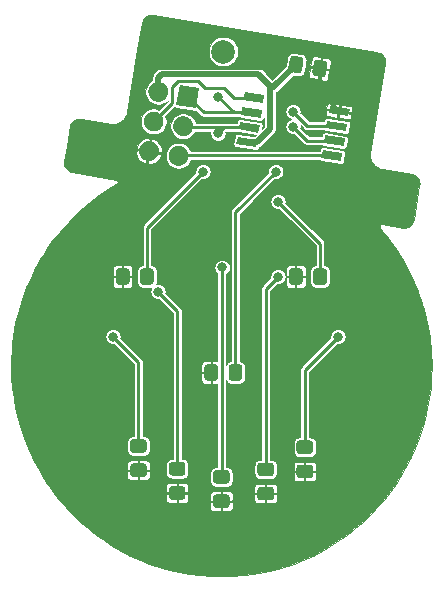
<source format=gbr>
%TF.GenerationSoftware,KiCad,Pcbnew,(5.1.6)-1*%
%TF.CreationDate,2021-01-16T18:50:24+01:00*%
%TF.ProjectId,Snowman_Earring,536e6f77-6d61-46e5-9f45-617272696e67,rev?*%
%TF.SameCoordinates,Original*%
%TF.FileFunction,Copper,L1,Top*%
%TF.FilePolarity,Positive*%
%FSLAX46Y46*%
G04 Gerber Fmt 4.6, Leading zero omitted, Abs format (unit mm)*
G04 Created by KiCad (PCBNEW (5.1.6)-1) date 2021-01-16 18:50:24*
%MOMM*%
%LPD*%
G01*
G04 APERTURE LIST*
%TA.AperFunction,ComponentPad*%
%ADD10C,2.000000*%
%TD*%
%TA.AperFunction,ComponentPad*%
%ADD11C,0.100000*%
%TD*%
%TA.AperFunction,SMDPad,CuDef*%
%ADD12C,0.100000*%
%TD*%
%TA.AperFunction,ViaPad*%
%ADD13C,0.800000*%
%TD*%
%TA.AperFunction,Conductor*%
%ADD14C,0.250000*%
%TD*%
%TA.AperFunction,Conductor*%
%ADD15C,0.500000*%
%TD*%
%TA.AperFunction,Conductor*%
%ADD16C,0.100000*%
%TD*%
G04 APERTURE END LIST*
D10*
%TO.P,REF\u002A\u002A,1*%
%TO.N,N/C*%
X100786932Y-60960000D03*
%TD*%
%TO.P,C1,2*%
%TO.N,GND*%
%TA.AperFunction,SMDPad,CuDef*%
G36*
G01*
X108324065Y-62744856D02*
X108464856Y-61855935D01*
G75*
G02*
X108750885Y-61648122I246921J-39108D01*
G01*
X109392884Y-61749805D01*
G75*
G02*
X109600697Y-62035834I-39108J-246921D01*
G01*
X109459906Y-62924755D01*
G75*
G02*
X109173877Y-63132568I-246921J39108D01*
G01*
X108531878Y-63030885D01*
G75*
G02*
X108324065Y-62744856I39108J246921D01*
G01*
G37*
%TD.AperFunction*%
%TO.P,C1,1*%
%TO.N,+BATT*%
%TA.AperFunction,SMDPad,CuDef*%
G36*
G01*
X106299303Y-62424166D02*
X106440094Y-61535245D01*
G75*
G02*
X106726123Y-61327432I246921J-39108D01*
G01*
X107368122Y-61429115D01*
G75*
G02*
X107575935Y-61715144I-39108J-246921D01*
G01*
X107435144Y-62604065D01*
G75*
G02*
X107149115Y-62811878I-246921J39108D01*
G01*
X106507116Y-62710195D01*
G75*
G02*
X106299303Y-62424166I39108J246921D01*
G01*
G37*
%TD.AperFunction*%
%TD*%
%TO.P,D8,2*%
%TO.N,Net-(D8-Pad2)*%
%TA.AperFunction,SMDPad,CuDef*%
G36*
G01*
X108132372Y-95038231D02*
X107232370Y-95038231D01*
G75*
G02*
X106982371Y-94788232I0J249999D01*
G01*
X106982371Y-94138230D01*
G75*
G02*
X107232370Y-93888231I249999J0D01*
G01*
X108132372Y-93888231D01*
G75*
G02*
X108382371Y-94138230I0J-249999D01*
G01*
X108382371Y-94788232D01*
G75*
G02*
X108132372Y-95038231I-249999J0D01*
G01*
G37*
%TD.AperFunction*%
%TO.P,D8,1*%
%TO.N,GND*%
%TA.AperFunction,SMDPad,CuDef*%
G36*
G01*
X108132372Y-97088231D02*
X107232370Y-97088231D01*
G75*
G02*
X106982371Y-96838232I0J249999D01*
G01*
X106982371Y-96188230D01*
G75*
G02*
X107232370Y-95938231I249999J0D01*
G01*
X108132372Y-95938231D01*
G75*
G02*
X108382371Y-96188230I0J-249999D01*
G01*
X108382371Y-96838232D01*
G75*
G02*
X108132372Y-97088231I-249999J0D01*
G01*
G37*
%TD.AperFunction*%
%TD*%
%TO.P,D7,2*%
%TO.N,Net-(D7-Pad2)*%
%TA.AperFunction,SMDPad,CuDef*%
G36*
G01*
X104823666Y-96915527D02*
X103923664Y-96915527D01*
G75*
G02*
X103673665Y-96665528I0J249999D01*
G01*
X103673665Y-96015526D01*
G75*
G02*
X103923664Y-95765527I249999J0D01*
G01*
X104823666Y-95765527D01*
G75*
G02*
X105073665Y-96015526I0J-249999D01*
G01*
X105073665Y-96665528D01*
G75*
G02*
X104823666Y-96915527I-249999J0D01*
G01*
G37*
%TD.AperFunction*%
%TO.P,D7,1*%
%TO.N,GND*%
%TA.AperFunction,SMDPad,CuDef*%
G36*
G01*
X104823666Y-98965527D02*
X103923664Y-98965527D01*
G75*
G02*
X103673665Y-98715528I0J249999D01*
G01*
X103673665Y-98065526D01*
G75*
G02*
X103923664Y-97815527I249999J0D01*
G01*
X104823666Y-97815527D01*
G75*
G02*
X105073665Y-98065526I0J-249999D01*
G01*
X105073665Y-98715528D01*
G75*
G02*
X104823666Y-98965527I-249999J0D01*
G01*
G37*
%TD.AperFunction*%
%TD*%
%TO.P,D6,2*%
%TO.N,Net-(D6-Pad2)*%
%TA.AperFunction,SMDPad,CuDef*%
G36*
G01*
X101072426Y-97547965D02*
X100172424Y-97547965D01*
G75*
G02*
X99922425Y-97297966I0J249999D01*
G01*
X99922425Y-96647964D01*
G75*
G02*
X100172424Y-96397965I249999J0D01*
G01*
X101072426Y-96397965D01*
G75*
G02*
X101322425Y-96647964I0J-249999D01*
G01*
X101322425Y-97297966D01*
G75*
G02*
X101072426Y-97547965I-249999J0D01*
G01*
G37*
%TD.AperFunction*%
%TO.P,D6,1*%
%TO.N,GND*%
%TA.AperFunction,SMDPad,CuDef*%
G36*
G01*
X101072426Y-99597965D02*
X100172424Y-99597965D01*
G75*
G02*
X99922425Y-99347966I0J249999D01*
G01*
X99922425Y-98697964D01*
G75*
G02*
X100172424Y-98447965I249999J0D01*
G01*
X101072426Y-98447965D01*
G75*
G02*
X101322425Y-98697964I0J-249999D01*
G01*
X101322425Y-99347966D01*
G75*
G02*
X101072426Y-99597965I-249999J0D01*
G01*
G37*
%TD.AperFunction*%
%TD*%
%TO.P,D5,2*%
%TO.N,Net-(D5-Pad2)*%
%TA.AperFunction,SMDPad,CuDef*%
G36*
G01*
X97331107Y-96859263D02*
X96431105Y-96859263D01*
G75*
G02*
X96181106Y-96609264I0J249999D01*
G01*
X96181106Y-95959262D01*
G75*
G02*
X96431105Y-95709263I249999J0D01*
G01*
X97331107Y-95709263D01*
G75*
G02*
X97581106Y-95959262I0J-249999D01*
G01*
X97581106Y-96609264D01*
G75*
G02*
X97331107Y-96859263I-249999J0D01*
G01*
G37*
%TD.AperFunction*%
%TO.P,D5,1*%
%TO.N,GND*%
%TA.AperFunction,SMDPad,CuDef*%
G36*
G01*
X97331107Y-98909263D02*
X96431105Y-98909263D01*
G75*
G02*
X96181106Y-98659264I0J249999D01*
G01*
X96181106Y-98009262D01*
G75*
G02*
X96431105Y-97759263I249999J0D01*
G01*
X97331107Y-97759263D01*
G75*
G02*
X97581106Y-98009262I0J-249999D01*
G01*
X97581106Y-98659264D01*
G75*
G02*
X97331107Y-98909263I-249999J0D01*
G01*
G37*
%TD.AperFunction*%
%TD*%
%TO.P,D4,2*%
%TO.N,Net-(D4-Pad2)*%
%TA.AperFunction,SMDPad,CuDef*%
G36*
G01*
X94050967Y-94932487D02*
X93150965Y-94932487D01*
G75*
G02*
X92900966Y-94682488I0J249999D01*
G01*
X92900966Y-94032486D01*
G75*
G02*
X93150965Y-93782487I249999J0D01*
G01*
X94050967Y-93782487D01*
G75*
G02*
X94300966Y-94032486I0J-249999D01*
G01*
X94300966Y-94682488D01*
G75*
G02*
X94050967Y-94932487I-249999J0D01*
G01*
G37*
%TD.AperFunction*%
%TO.P,D4,1*%
%TO.N,GND*%
%TA.AperFunction,SMDPad,CuDef*%
G36*
G01*
X94050967Y-96982487D02*
X93150965Y-96982487D01*
G75*
G02*
X92900966Y-96732488I0J249999D01*
G01*
X92900966Y-96082486D01*
G75*
G02*
X93150965Y-95832487I249999J0D01*
G01*
X94050967Y-95832487D01*
G75*
G02*
X94300966Y-96082486I0J-249999D01*
G01*
X94300966Y-96732488D01*
G75*
G02*
X94050967Y-96982487I-249999J0D01*
G01*
G37*
%TD.AperFunction*%
%TD*%
%TO.P,D3,2*%
%TO.N,Net-(D3-Pad2)*%
%TA.AperFunction,SMDPad,CuDef*%
G36*
G01*
X108400000Y-80460001D02*
X108400000Y-79559999D01*
G75*
G02*
X108649999Y-79310000I249999J0D01*
G01*
X109300001Y-79310000D01*
G75*
G02*
X109550000Y-79559999I0J-249999D01*
G01*
X109550000Y-80460001D01*
G75*
G02*
X109300001Y-80710000I-249999J0D01*
G01*
X108649999Y-80710000D01*
G75*
G02*
X108400000Y-80460001I0J249999D01*
G01*
G37*
%TD.AperFunction*%
%TO.P,D3,1*%
%TO.N,GND*%
%TA.AperFunction,SMDPad,CuDef*%
G36*
G01*
X106350000Y-80460001D02*
X106350000Y-79559999D01*
G75*
G02*
X106599999Y-79310000I249999J0D01*
G01*
X107250001Y-79310000D01*
G75*
G02*
X107500000Y-79559999I0J-249999D01*
G01*
X107500000Y-80460001D01*
G75*
G02*
X107250001Y-80710000I-249999J0D01*
G01*
X106599999Y-80710000D01*
G75*
G02*
X106350000Y-80460001I0J249999D01*
G01*
G37*
%TD.AperFunction*%
%TD*%
%TO.P,D2,2*%
%TO.N,Net-(D2-Pad2)*%
%TA.AperFunction,SMDPad,CuDef*%
G36*
G01*
X101236932Y-88581653D02*
X101236932Y-87681651D01*
G75*
G02*
X101486931Y-87431652I249999J0D01*
G01*
X102136933Y-87431652D01*
G75*
G02*
X102386932Y-87681651I0J-249999D01*
G01*
X102386932Y-88581653D01*
G75*
G02*
X102136933Y-88831652I-249999J0D01*
G01*
X101486931Y-88831652D01*
G75*
G02*
X101236932Y-88581653I0J249999D01*
G01*
G37*
%TD.AperFunction*%
%TO.P,D2,1*%
%TO.N,GND*%
%TA.AperFunction,SMDPad,CuDef*%
G36*
G01*
X99186932Y-88581653D02*
X99186932Y-87681651D01*
G75*
G02*
X99436931Y-87431652I249999J0D01*
G01*
X100086933Y-87431652D01*
G75*
G02*
X100336932Y-87681651I0J-249999D01*
G01*
X100336932Y-88581653D01*
G75*
G02*
X100086933Y-88831652I-249999J0D01*
G01*
X99436931Y-88831652D01*
G75*
G02*
X99186932Y-88581653I0J249999D01*
G01*
G37*
%TD.AperFunction*%
%TD*%
%TO.P,D1,2*%
%TO.N,Net-(D1-Pad2)*%
%TA.AperFunction,SMDPad,CuDef*%
G36*
G01*
X93744851Y-80460001D02*
X93744851Y-79559999D01*
G75*
G02*
X93994850Y-79310000I249999J0D01*
G01*
X94644852Y-79310000D01*
G75*
G02*
X94894851Y-79559999I0J-249999D01*
G01*
X94894851Y-80460001D01*
G75*
G02*
X94644852Y-80710000I-249999J0D01*
G01*
X93994850Y-80710000D01*
G75*
G02*
X93744851Y-80460001I0J249999D01*
G01*
G37*
%TD.AperFunction*%
%TO.P,D1,1*%
%TO.N,GND*%
%TA.AperFunction,SMDPad,CuDef*%
G36*
G01*
X91694851Y-80460001D02*
X91694851Y-79559999D01*
G75*
G02*
X91944850Y-79310000I249999J0D01*
G01*
X92594852Y-79310000D01*
G75*
G02*
X92844851Y-79559999I0J-249999D01*
G01*
X92844851Y-80460001D01*
G75*
G02*
X92594852Y-80710000I-249999J0D01*
G01*
X91944850Y-80710000D01*
G75*
G02*
X91694851Y-80460001I0J249999D01*
G01*
G37*
%TD.AperFunction*%
%TD*%
%TA.AperFunction,ComponentPad*%
D11*
%TO.P,J1,1*%
%TO.N,LED_LEFT_EYE*%
G36*
X98762504Y-64063434D02*
G01*
X98496566Y-65742504D01*
X96817496Y-65476566D01*
X97083434Y-63797496D01*
X98762504Y-64063434D01*
G37*
%TD.AperFunction*%
%TO.P,J1,2*%
%TO.N,+BATT*%
%TA.AperFunction,ComponentPad*%
G36*
G01*
X96120807Y-64505625D02*
X96120807Y-64505625D01*
G75*
G02*
X95148303Y-65212191I-839535J132969D01*
G01*
X95148303Y-65212191D01*
G75*
G02*
X94441737Y-64239687I132969J839535D01*
G01*
X94441737Y-64239687D01*
G75*
G02*
X95414241Y-63533121I839535J-132969D01*
G01*
X95414241Y-63533121D01*
G75*
G02*
X96120807Y-64505625I-132969J-839535D01*
G01*
G37*
%TD.AperFunction*%
%TO.P,J1,3*%
%TO.N,LED_RIGHT_EYE*%
%TA.AperFunction,ComponentPad*%
G36*
G01*
X98232191Y-67411697D02*
X98232191Y-67411697D01*
G75*
G02*
X97259687Y-68118263I-839535J132969D01*
G01*
X97259687Y-68118263D01*
G75*
G02*
X96553121Y-67145759I132969J839535D01*
G01*
X96553121Y-67145759D01*
G75*
G02*
X97525625Y-66439193I839535J-132969D01*
G01*
X97525625Y-66439193D01*
G75*
G02*
X98232191Y-67411697I-132969J-839535D01*
G01*
G37*
%TD.AperFunction*%
%TO.P,J1,4*%
%TO.N,MOSI*%
%TA.AperFunction,ComponentPad*%
G36*
G01*
X95723463Y-67014354D02*
X95723463Y-67014354D01*
G75*
G02*
X94750959Y-67720920I-839535J132969D01*
G01*
X94750959Y-67720920D01*
G75*
G02*
X94044393Y-66748416I132969J839535D01*
G01*
X94044393Y-66748416D01*
G75*
G02*
X95016897Y-66041850I839535J-132969D01*
G01*
X95016897Y-66041850D01*
G75*
G02*
X95723463Y-67014354I-132969J-839535D01*
G01*
G37*
%TD.AperFunction*%
%TO.P,J1,5*%
%TO.N,RST*%
%TA.AperFunction,ComponentPad*%
G36*
G01*
X97834848Y-69920426D02*
X97834848Y-69920426D01*
G75*
G02*
X96862344Y-70626992I-839535J132969D01*
G01*
X96862344Y-70626992D01*
G75*
G02*
X96155778Y-69654488I132969J839535D01*
G01*
X96155778Y-69654488D01*
G75*
G02*
X97128282Y-68947922I839535J-132969D01*
G01*
X97128282Y-68947922D01*
G75*
G02*
X97834848Y-69920426I-132969J-839535D01*
G01*
G37*
%TD.AperFunction*%
%TO.P,J1,6*%
%TO.N,GND*%
%TA.AperFunction,ComponentPad*%
G36*
G01*
X95326120Y-69523082D02*
X95326120Y-69523082D01*
G75*
G02*
X94353616Y-70229648I-839535J132969D01*
G01*
X94353616Y-70229648D01*
G75*
G02*
X93647050Y-69257144I132969J839535D01*
G01*
X93647050Y-69257144D01*
G75*
G02*
X94619554Y-68550578I839535J-132969D01*
G01*
X94619554Y-68550578D01*
G75*
G02*
X95326120Y-69523082I-132969J-839535D01*
G01*
G37*
%TD.AperFunction*%
%TD*%
%TA.AperFunction,SMDPad,CuDef*%
D12*
%TO.P,U1,1*%
%TO.N,RST*%
G36*
X110877431Y-69574503D02*
G01*
X110775749Y-70216500D01*
X109096679Y-69950561D01*
X109198361Y-69308564D01*
X110877431Y-69574503D01*
G37*
%TD.AperFunction*%
%TA.AperFunction,SMDPad,CuDef*%
%TO.P,U1,2*%
%TO.N,LED_MOUTH1*%
G36*
X111076103Y-68320139D02*
G01*
X110974421Y-68962136D01*
X109295351Y-68696197D01*
X109397033Y-68054200D01*
X111076103Y-68320139D01*
G37*
%TD.AperFunction*%
%TA.AperFunction,SMDPad,CuDef*%
%TO.P,U1,3*%
%TO.N,LED_MOUTH2*%
G36*
X111274774Y-67065775D02*
G01*
X111173092Y-67707772D01*
X109494022Y-67441833D01*
X109595704Y-66799836D01*
X111274774Y-67065775D01*
G37*
%TD.AperFunction*%
%TA.AperFunction,SMDPad,CuDef*%
%TO.P,U1,4*%
%TO.N,GND*%
G36*
X111473446Y-65811411D02*
G01*
X111371764Y-66453408D01*
X109692694Y-66187469D01*
X109794376Y-65545472D01*
X111473446Y-65811411D01*
G37*
%TD.AperFunction*%
%TA.AperFunction,SMDPad,CuDef*%
%TO.P,U1,5*%
%TO.N,MOSI*%
G36*
X104263321Y-64669439D02*
G01*
X104161639Y-65311436D01*
X102482569Y-65045497D01*
X102584251Y-64403500D01*
X104263321Y-64669439D01*
G37*
%TD.AperFunction*%
%TA.AperFunction,SMDPad,CuDef*%
%TO.P,U1,6*%
%TO.N,LED_LEFT_EYE*%
G36*
X104064649Y-65923803D02*
G01*
X103962967Y-66565800D01*
X102283897Y-66299861D01*
X102385579Y-65657864D01*
X104064649Y-65923803D01*
G37*
%TD.AperFunction*%
%TA.AperFunction,SMDPad,CuDef*%
%TO.P,U1,7*%
%TO.N,LED_RIGHT_EYE*%
G36*
X103865978Y-67178167D02*
G01*
X103764296Y-67820164D01*
X102085226Y-67554225D01*
X102186908Y-66912228D01*
X103865978Y-67178167D01*
G37*
%TD.AperFunction*%
%TA.AperFunction,SMDPad,CuDef*%
%TO.P,U1,8*%
%TO.N,+BATT*%
G36*
X103667306Y-68432531D02*
G01*
X103565624Y-69074528D01*
X101886554Y-68808589D01*
X101988236Y-68166592D01*
X103667306Y-68432531D01*
G37*
%TD.AperFunction*%
%TD*%
D13*
%TO.N,Net-(D1-Pad2)*%
X99060000Y-71120000D03*
%TO.N,Net-(D2-Pad2)*%
X105229999Y-71120000D03*
%TO.N,Net-(D3-Pad2)*%
X105410000Y-73660000D03*
%TO.N,Net-(D4-Pad2)*%
X91440000Y-85090000D03*
%TO.N,Net-(D5-Pad2)*%
X95250000Y-81280000D03*
%TO.N,Net-(D6-Pad2)*%
X100686385Y-79241703D03*
%TO.N,Net-(D7-Pad2)*%
X105410000Y-80010000D03*
%TO.N,Net-(D8-Pad2)*%
X110490000Y-85090000D03*
%TO.N,LED_LEFT_EYE*%
X100330000Y-64770000D03*
%TO.N,LED_RIGHT_EYE*%
X100330000Y-67887456D03*
%TO.N,LED_MOUTH2*%
X106680000Y-66040000D03*
%TO.N,LED_MOUTH1*%
X106680000Y-67310000D03*
%TD*%
D14*
%TO.N,+BATT*%
X102776930Y-68620560D02*
X102768826Y-68612456D01*
X103423536Y-68620560D02*
X102776930Y-68620560D01*
D15*
X103637525Y-68620560D02*
X104713331Y-67544754D01*
X102776930Y-68620560D02*
X103637525Y-68620560D01*
X104713331Y-67544754D02*
X104713331Y-64073331D01*
X104933943Y-64073331D02*
X106937619Y-62069655D01*
X104713331Y-64073331D02*
X104933943Y-64073331D01*
X103758088Y-62897476D02*
X95554371Y-62897476D01*
X95281272Y-63170575D02*
X95281272Y-64372656D01*
X95554371Y-62897476D02*
X95281272Y-63170575D01*
X104933943Y-64073331D02*
X103758088Y-62897476D01*
D14*
%TO.N,GND*%
X108962381Y-64378751D02*
X110583070Y-65999440D01*
X108962381Y-62390345D02*
X108962381Y-64378751D01*
%TO.N,MOSI*%
X101687468Y-64857468D02*
X103372945Y-64857468D01*
X99203703Y-64044999D02*
X100874999Y-64044999D01*
X96456273Y-65309040D02*
X96456273Y-63965023D01*
X98631190Y-63472486D02*
X99203703Y-64044999D01*
X94883928Y-66881385D02*
X96456273Y-65309040D01*
X96456273Y-63965023D02*
X96948810Y-63472486D01*
X100874999Y-64044999D02*
X101687468Y-64857468D01*
X96948810Y-63472486D02*
X98631190Y-63472486D01*
%TO.N,RST*%
X97020238Y-69762532D02*
X96995313Y-69787457D01*
X109987055Y-69762532D02*
X97020238Y-69762532D01*
%TO.N,Net-(D1-Pad2)*%
X94319851Y-80010000D02*
X94319851Y-78400149D01*
X94319851Y-78400149D02*
X94319851Y-75860149D01*
X94319851Y-75860149D02*
X99060000Y-71120000D01*
%TO.N,Net-(D2-Pad2)*%
X101811932Y-88131652D02*
X101811932Y-74538067D01*
X101811932Y-74538067D02*
X105229999Y-71120000D01*
%TO.N,Net-(D3-Pad2)*%
X108975000Y-79765000D02*
X108975000Y-80010000D01*
X108975000Y-80010000D02*
X108975000Y-77225000D01*
X108975000Y-77225000D02*
X105410000Y-73660000D01*
%TO.N,Net-(D4-Pad2)*%
X93980000Y-93978453D02*
X93600966Y-94357487D01*
X93600966Y-94357487D02*
X93600966Y-87250966D01*
X93600966Y-87250966D02*
X91440000Y-85090000D01*
%TO.N,Net-(D5-Pad2)*%
X96520000Y-95923157D02*
X96881106Y-96284263D01*
X96881106Y-96284263D02*
X96881106Y-82911106D01*
X96881106Y-82911106D02*
X95250000Y-81280000D01*
%TO.N,Net-(D6-Pad2)*%
X100661942Y-96933448D02*
X100622425Y-96972965D01*
X100661942Y-96933448D02*
X100661942Y-79266146D01*
X100661942Y-79266146D02*
X100686385Y-79241703D01*
%TO.N,Net-(D7-Pad2)*%
X104373665Y-96340527D02*
X104373665Y-81046335D01*
X104373665Y-81046335D02*
X105410000Y-80010000D01*
%TO.N,Net-(D8-Pad2)*%
X107682371Y-94463231D02*
X107682371Y-87897629D01*
X107682371Y-87897629D02*
X110490000Y-85090000D01*
%TO.N,LED_LEFT_EYE*%
X99131832Y-66111832D02*
X97790000Y-64770000D01*
X103174273Y-66111832D02*
X99131832Y-66111832D01*
X103174273Y-66111832D02*
X101671832Y-66111832D01*
X101671832Y-66111832D02*
X100330000Y-64770000D01*
%TO.N,LED_RIGHT_EYE*%
X97480124Y-67366196D02*
X97392656Y-67278728D01*
X102975602Y-67366196D02*
X97480124Y-67366196D01*
X102975602Y-67366196D02*
X100851260Y-67366196D01*
X100851260Y-67366196D02*
X100330000Y-67887456D01*
%TO.N,LED_MOUTH2*%
X110384398Y-67253804D02*
X109523803Y-67253804D01*
X110384398Y-67253804D02*
X107893804Y-67253804D01*
X107893804Y-67253804D02*
X106680000Y-66040000D01*
%TO.N,LED_MOUTH1*%
X107878168Y-68508168D02*
X110185727Y-68508168D01*
X106680000Y-67310000D02*
X107878168Y-68508168D01*
%TD*%
D16*
%TO.N,GND*%
G36*
X94742836Y-57834101D02*
G01*
X94829001Y-57844058D01*
X113823955Y-61025278D01*
X113908672Y-61043939D01*
X113982216Y-61068186D01*
X114090883Y-61119858D01*
X114187470Y-61184788D01*
X114273187Y-61262584D01*
X114346796Y-61351649D01*
X114407014Y-61450252D01*
X114452639Y-61556639D01*
X114482558Y-61669116D01*
X114496007Y-61788689D01*
X114494970Y-61866128D01*
X114485015Y-61952282D01*
X113216229Y-69528028D01*
X113215977Y-69531720D01*
X113215145Y-69535325D01*
X113214805Y-69538096D01*
X113203092Y-69639419D01*
X113202940Y-69648192D01*
X113201843Y-69656911D01*
X113201787Y-69659703D01*
X113200443Y-69759867D01*
X113201381Y-69770968D01*
X113201384Y-69782120D01*
X113201677Y-69784897D01*
X113218181Y-69931678D01*
X113220970Y-69944782D01*
X113222950Y-69958038D01*
X113223650Y-69960741D01*
X113261115Y-70101593D01*
X113265705Y-70113873D01*
X113269500Y-70126434D01*
X113270583Y-70129008D01*
X113327589Y-70261938D01*
X113333809Y-70273246D01*
X113339273Y-70284958D01*
X113340712Y-70287351D01*
X113415837Y-70410365D01*
X113423562Y-70420612D01*
X113430595Y-70431371D01*
X113432359Y-70433536D01*
X113524183Y-70544644D01*
X113533338Y-70553744D01*
X113541878Y-70563440D01*
X113543933Y-70565331D01*
X113651035Y-70662540D01*
X113661551Y-70670358D01*
X113671562Y-70678851D01*
X113673869Y-70680424D01*
X113794828Y-70761740D01*
X113806621Y-70768093D01*
X113818010Y-70775163D01*
X113820523Y-70776380D01*
X113953918Y-70839811D01*
X113964405Y-70843593D01*
X113974535Y-70848241D01*
X113977181Y-70849134D01*
X114072318Y-70880501D01*
X114080885Y-70882423D01*
X114089195Y-70885256D01*
X114091918Y-70885875D01*
X114191531Y-70907818D01*
X114195203Y-70908257D01*
X114198770Y-70909274D01*
X114201521Y-70909754D01*
X116731311Y-71333434D01*
X116816031Y-71352096D01*
X116889575Y-71376343D01*
X116998242Y-71428015D01*
X117094832Y-71492947D01*
X117180552Y-71570747D01*
X117254152Y-71659802D01*
X117314372Y-71758407D01*
X117360000Y-71864801D01*
X117389918Y-71977269D01*
X117403366Y-72096843D01*
X117402329Y-72174284D01*
X117392374Y-72260442D01*
X116898325Y-75210418D01*
X116879668Y-75295116D01*
X116855419Y-75368666D01*
X116803749Y-75477331D01*
X116738813Y-75573926D01*
X116661021Y-75659639D01*
X116571959Y-75733246D01*
X116473355Y-75793465D01*
X116366960Y-75839093D01*
X116254493Y-75869011D01*
X116134918Y-75882459D01*
X116057478Y-75881422D01*
X115971320Y-75871467D01*
X114227563Y-75579431D01*
X114219268Y-75578864D01*
X114211098Y-75577372D01*
X114199849Y-75577538D01*
X114188620Y-75576771D01*
X114180382Y-75577825D01*
X114172070Y-75577948D01*
X114161059Y-75580298D01*
X114149903Y-75581726D01*
X114142025Y-75584361D01*
X114133896Y-75586096D01*
X114123552Y-75590540D01*
X114112886Y-75594107D01*
X114105672Y-75598220D01*
X114098033Y-75601502D01*
X114088752Y-75607868D01*
X114078977Y-75613442D01*
X114072692Y-75618885D01*
X114065844Y-75623582D01*
X114057988Y-75631618D01*
X114049470Y-75638994D01*
X114044357Y-75645560D01*
X114038557Y-75651493D01*
X114032409Y-75660905D01*
X114025489Y-75669792D01*
X114021753Y-75677217D01*
X114017211Y-75684171D01*
X114013004Y-75694608D01*
X114007947Y-75704660D01*
X114005726Y-75712663D01*
X114002618Y-75720375D01*
X114000517Y-75731439D01*
X113997511Y-75742273D01*
X113996887Y-75750553D01*
X113995336Y-75758722D01*
X113995424Y-75769979D01*
X113994579Y-75781196D01*
X113995576Y-75789445D01*
X113995641Y-75797755D01*
X113997913Y-75808774D01*
X113999263Y-75819946D01*
X114001845Y-75827849D01*
X114003522Y-75835984D01*
X114007889Y-75846350D01*
X114011385Y-75857050D01*
X114015451Y-75864298D01*
X114018677Y-75871955D01*
X114024976Y-75881276D01*
X114030482Y-75891092D01*
X114035880Y-75897413D01*
X114040531Y-75904297D01*
X114042328Y-75906434D01*
X114296037Y-76204041D01*
X114541997Y-76505553D01*
X114781410Y-76812394D01*
X115014284Y-77124610D01*
X115240420Y-77441969D01*
X115459749Y-77764423D01*
X115672154Y-78091848D01*
X115877539Y-78424161D01*
X116075799Y-78761255D01*
X116266812Y-79103005D01*
X116450492Y-79449341D01*
X116626704Y-79800104D01*
X116795370Y-80155248D01*
X116956365Y-80514628D01*
X117109594Y-80878167D01*
X117254935Y-81245723D01*
X117392309Y-81617261D01*
X117521592Y-81992636D01*
X117642667Y-82371710D01*
X117755455Y-82754461D01*
X117859811Y-83140656D01*
X117955676Y-83530377D01*
X118042913Y-83923388D01*
X118121411Y-84319575D01*
X118191084Y-84718921D01*
X118251814Y-85121283D01*
X118303488Y-85526510D01*
X118346013Y-85934588D01*
X118379277Y-86345396D01*
X118403167Y-86758782D01*
X118417580Y-87174657D01*
X118422394Y-87591611D01*
X118399193Y-88509139D01*
X118330451Y-89413153D01*
X118217250Y-90304001D01*
X118060723Y-91180505D01*
X117861979Y-92041618D01*
X117622142Y-92886209D01*
X117342321Y-93713194D01*
X117023626Y-94521475D01*
X116667194Y-95309885D01*
X116274114Y-96077363D01*
X115845527Y-96822748D01*
X115382528Y-97544957D01*
X114886238Y-98242861D01*
X114357795Y-98915311D01*
X113798298Y-99561216D01*
X113208884Y-100179434D01*
X112590666Y-100768848D01*
X111944761Y-101328345D01*
X111272298Y-101856798D01*
X110574398Y-102353084D01*
X109852198Y-102816077D01*
X109106805Y-103244669D01*
X108339318Y-103637752D01*
X107550925Y-103994176D01*
X106742644Y-104312871D01*
X105915660Y-104592692D01*
X105071068Y-104832529D01*
X104209958Y-105031272D01*
X103333451Y-105187800D01*
X102442605Y-105301001D01*
X101538589Y-105369743D01*
X100622424Y-105392909D01*
X99706258Y-105369743D01*
X98802244Y-105301001D01*
X97911396Y-105187800D01*
X97034892Y-105031273D01*
X96173779Y-104832529D01*
X95329188Y-104592692D01*
X94502203Y-104312871D01*
X93693922Y-103994176D01*
X92905512Y-103637744D01*
X92138034Y-103244664D01*
X91392649Y-102816077D01*
X90670440Y-102353078D01*
X89972536Y-101856788D01*
X89300086Y-101328345D01*
X88654181Y-100768848D01*
X88035964Y-100179434D01*
X87481586Y-99597965D01*
X99671215Y-99597965D01*
X99676042Y-99646974D01*
X99690337Y-99694099D01*
X99713552Y-99737530D01*
X99744793Y-99775597D01*
X99782860Y-99806838D01*
X99826291Y-99830053D01*
X99873416Y-99844348D01*
X99922425Y-99849175D01*
X100509925Y-99847965D01*
X100572425Y-99785465D01*
X100572425Y-99072965D01*
X100672425Y-99072965D01*
X100672425Y-99785465D01*
X100734925Y-99847965D01*
X101322425Y-99849175D01*
X101371434Y-99844348D01*
X101418559Y-99830053D01*
X101461990Y-99806838D01*
X101500057Y-99775597D01*
X101531298Y-99737530D01*
X101554513Y-99694099D01*
X101568808Y-99646974D01*
X101573635Y-99597965D01*
X101572425Y-99135465D01*
X101509925Y-99072965D01*
X100672425Y-99072965D01*
X100572425Y-99072965D01*
X99734925Y-99072965D01*
X99672425Y-99135465D01*
X99671215Y-99597965D01*
X87481586Y-99597965D01*
X87446549Y-99561216D01*
X86887052Y-98915311D01*
X86882300Y-98909263D01*
X95929896Y-98909263D01*
X95934723Y-98958272D01*
X95949018Y-99005397D01*
X95972233Y-99048828D01*
X96003474Y-99086895D01*
X96041541Y-99118136D01*
X96084972Y-99141351D01*
X96132097Y-99155646D01*
X96181106Y-99160473D01*
X96768606Y-99159263D01*
X96831106Y-99096763D01*
X96831106Y-98384263D01*
X96931106Y-98384263D01*
X96931106Y-99096763D01*
X96993606Y-99159263D01*
X97581106Y-99160473D01*
X97630115Y-99155646D01*
X97677240Y-99141351D01*
X97720671Y-99118136D01*
X97758738Y-99086895D01*
X97789979Y-99048828D01*
X97813194Y-99005397D01*
X97827489Y-98958272D01*
X97832316Y-98909263D01*
X97831110Y-98447965D01*
X99671215Y-98447965D01*
X99672425Y-98910465D01*
X99734925Y-98972965D01*
X100572425Y-98972965D01*
X100572425Y-98260465D01*
X100672425Y-98260465D01*
X100672425Y-98972965D01*
X101509925Y-98972965D01*
X101517363Y-98965527D01*
X103422455Y-98965527D01*
X103427282Y-99014536D01*
X103441577Y-99061661D01*
X103464792Y-99105092D01*
X103496033Y-99143159D01*
X103534100Y-99174400D01*
X103577531Y-99197615D01*
X103624656Y-99211910D01*
X103673665Y-99216737D01*
X104261165Y-99215527D01*
X104323665Y-99153027D01*
X104323665Y-98440527D01*
X104423665Y-98440527D01*
X104423665Y-99153027D01*
X104486165Y-99215527D01*
X105073665Y-99216737D01*
X105122674Y-99211910D01*
X105169799Y-99197615D01*
X105213230Y-99174400D01*
X105251297Y-99143159D01*
X105282538Y-99105092D01*
X105305753Y-99061661D01*
X105320048Y-99014536D01*
X105324875Y-98965527D01*
X105323665Y-98503027D01*
X105261165Y-98440527D01*
X104423665Y-98440527D01*
X104323665Y-98440527D01*
X103486165Y-98440527D01*
X103423665Y-98503027D01*
X103422455Y-98965527D01*
X101517363Y-98965527D01*
X101572425Y-98910465D01*
X101573635Y-98447965D01*
X101568808Y-98398956D01*
X101554513Y-98351831D01*
X101531298Y-98308400D01*
X101500057Y-98270333D01*
X101461990Y-98239092D01*
X101418559Y-98215877D01*
X101371434Y-98201582D01*
X101322425Y-98196755D01*
X100734925Y-98197965D01*
X100672425Y-98260465D01*
X100572425Y-98260465D01*
X100509925Y-98197965D01*
X99922425Y-98196755D01*
X99873416Y-98201582D01*
X99826291Y-98215877D01*
X99782860Y-98239092D01*
X99744793Y-98270333D01*
X99713552Y-98308400D01*
X99690337Y-98351831D01*
X99676042Y-98398956D01*
X99671215Y-98447965D01*
X97831110Y-98447965D01*
X97831106Y-98446763D01*
X97768606Y-98384263D01*
X96931106Y-98384263D01*
X96831106Y-98384263D01*
X95993606Y-98384263D01*
X95931106Y-98446763D01*
X95929896Y-98909263D01*
X86882300Y-98909263D01*
X86358599Y-98242848D01*
X86014716Y-97759263D01*
X95929896Y-97759263D01*
X95931106Y-98221763D01*
X95993606Y-98284263D01*
X96831106Y-98284263D01*
X96831106Y-97571763D01*
X96931106Y-97571763D01*
X96931106Y-98284263D01*
X97768606Y-98284263D01*
X97831106Y-98221763D01*
X97832168Y-97815527D01*
X103422455Y-97815527D01*
X103423665Y-98278027D01*
X103486165Y-98340527D01*
X104323665Y-98340527D01*
X104323665Y-97628027D01*
X104423665Y-97628027D01*
X104423665Y-98340527D01*
X105261165Y-98340527D01*
X105323665Y-98278027D01*
X105324875Y-97815527D01*
X105320048Y-97766518D01*
X105305753Y-97719393D01*
X105282538Y-97675962D01*
X105251297Y-97637895D01*
X105213230Y-97606654D01*
X105169799Y-97583439D01*
X105122674Y-97569144D01*
X105073665Y-97564317D01*
X104486165Y-97565527D01*
X104423665Y-97628027D01*
X104323665Y-97628027D01*
X104261165Y-97565527D01*
X103673665Y-97564317D01*
X103624656Y-97569144D01*
X103577531Y-97583439D01*
X103534100Y-97606654D01*
X103496033Y-97637895D01*
X103464792Y-97675962D01*
X103441577Y-97719393D01*
X103427282Y-97766518D01*
X103422455Y-97815527D01*
X97832168Y-97815527D01*
X97832316Y-97759263D01*
X97827489Y-97710254D01*
X97813194Y-97663129D01*
X97789979Y-97619698D01*
X97758738Y-97581631D01*
X97720671Y-97550390D01*
X97677240Y-97527175D01*
X97630115Y-97512880D01*
X97581106Y-97508053D01*
X96993606Y-97509263D01*
X96931106Y-97571763D01*
X96831106Y-97571763D01*
X96768606Y-97509263D01*
X96181106Y-97508053D01*
X96132097Y-97512880D01*
X96084972Y-97527175D01*
X96041541Y-97550390D01*
X96003474Y-97581631D01*
X95972233Y-97619698D01*
X95949018Y-97663129D01*
X95934723Y-97710254D01*
X95929896Y-97759263D01*
X86014716Y-97759263D01*
X85862313Y-97544948D01*
X85501727Y-96982487D01*
X92649756Y-96982487D01*
X92654583Y-97031496D01*
X92668878Y-97078621D01*
X92692093Y-97122052D01*
X92723334Y-97160119D01*
X92761401Y-97191360D01*
X92804832Y-97214575D01*
X92851957Y-97228870D01*
X92900966Y-97233697D01*
X93488466Y-97232487D01*
X93550966Y-97169987D01*
X93550966Y-96457487D01*
X93650966Y-96457487D01*
X93650966Y-97169987D01*
X93713466Y-97232487D01*
X94300966Y-97233697D01*
X94349975Y-97228870D01*
X94397100Y-97214575D01*
X94440531Y-97191360D01*
X94478598Y-97160119D01*
X94509839Y-97122052D01*
X94533054Y-97078621D01*
X94547349Y-97031496D01*
X94552176Y-96982487D01*
X94550966Y-96519987D01*
X94488466Y-96457487D01*
X93650966Y-96457487D01*
X93550966Y-96457487D01*
X92713466Y-96457487D01*
X92650966Y-96519987D01*
X92649756Y-96982487D01*
X85501727Y-96982487D01*
X85399320Y-96822748D01*
X84970728Y-96077355D01*
X84845315Y-95832487D01*
X92649756Y-95832487D01*
X92650966Y-96294987D01*
X92713466Y-96357487D01*
X93550966Y-96357487D01*
X93550966Y-95644987D01*
X93650966Y-95644987D01*
X93650966Y-96357487D01*
X94488466Y-96357487D01*
X94550966Y-96294987D01*
X94552176Y-95832487D01*
X94547349Y-95783478D01*
X94533054Y-95736353D01*
X94509839Y-95692922D01*
X94478598Y-95654855D01*
X94440531Y-95623614D01*
X94397100Y-95600399D01*
X94349975Y-95586104D01*
X94300966Y-95581277D01*
X93713466Y-95582487D01*
X93650966Y-95644987D01*
X93550966Y-95644987D01*
X93488466Y-95582487D01*
X92900966Y-95581277D01*
X92851957Y-95586104D01*
X92804832Y-95600399D01*
X92761401Y-95623614D01*
X92723334Y-95654855D01*
X92692093Y-95692922D01*
X92668878Y-95736353D01*
X92654583Y-95783478D01*
X92649756Y-95832487D01*
X84845315Y-95832487D01*
X84577645Y-95309868D01*
X84221221Y-94521475D01*
X83902526Y-93713194D01*
X83622705Y-92886210D01*
X83382868Y-92041618D01*
X83184125Y-91180508D01*
X83027597Y-90304001D01*
X82914396Y-89413155D01*
X82845654Y-88509139D01*
X82822468Y-87592142D01*
X82832909Y-86977257D01*
X82864048Y-86366864D01*
X82915529Y-85762119D01*
X82987015Y-85163328D01*
X83008144Y-85025981D01*
X90790000Y-85025981D01*
X90790000Y-85154019D01*
X90814979Y-85279598D01*
X90863978Y-85397890D01*
X90935112Y-85504351D01*
X91025649Y-85594888D01*
X91132110Y-85666022D01*
X91250402Y-85715021D01*
X91375981Y-85740000D01*
X91504019Y-85740000D01*
X91550438Y-85730767D01*
X93225967Y-87406297D01*
X93225966Y-93531278D01*
X93150965Y-93531278D01*
X93053184Y-93540909D01*
X92959161Y-93569430D01*
X92872509Y-93615747D01*
X92796557Y-93678078D01*
X92734226Y-93754030D01*
X92687909Y-93840682D01*
X92659388Y-93934705D01*
X92649757Y-94032486D01*
X92649757Y-94682488D01*
X92659388Y-94780269D01*
X92687909Y-94874292D01*
X92734226Y-94960944D01*
X92796557Y-95036896D01*
X92872509Y-95099227D01*
X92959161Y-95145544D01*
X93053184Y-95174065D01*
X93150965Y-95183696D01*
X94050967Y-95183696D01*
X94148748Y-95174065D01*
X94242771Y-95145544D01*
X94329423Y-95099227D01*
X94405375Y-95036896D01*
X94467706Y-94960944D01*
X94514023Y-94874292D01*
X94542544Y-94780269D01*
X94552175Y-94682488D01*
X94552175Y-94032486D01*
X94542544Y-93934705D01*
X94514023Y-93840682D01*
X94467706Y-93754030D01*
X94405375Y-93678078D01*
X94329423Y-93615747D01*
X94242771Y-93569430D01*
X94148748Y-93540909D01*
X94050967Y-93531278D01*
X93975966Y-93531278D01*
X93975966Y-87269381D01*
X93977780Y-87250965D01*
X93974304Y-87215672D01*
X93970540Y-87177453D01*
X93949097Y-87106766D01*
X93947607Y-87103979D01*
X93914275Y-87041618D01*
X93892209Y-87014732D01*
X93867414Y-86984518D01*
X93853105Y-86972775D01*
X92080767Y-85200438D01*
X92090000Y-85154019D01*
X92090000Y-85025981D01*
X92065021Y-84900402D01*
X92016022Y-84782110D01*
X91944888Y-84675649D01*
X91854351Y-84585112D01*
X91747890Y-84513978D01*
X91629598Y-84464979D01*
X91504019Y-84440000D01*
X91375981Y-84440000D01*
X91250402Y-84464979D01*
X91132110Y-84513978D01*
X91025649Y-84585112D01*
X90935112Y-84675649D01*
X90863978Y-84782110D01*
X90814979Y-84900402D01*
X90790000Y-85025981D01*
X83008144Y-85025981D01*
X83078168Y-84570807D01*
X83188635Y-83984973D01*
X83318093Y-83406073D01*
X83466199Y-82834458D01*
X83632618Y-82270456D01*
X83817014Y-81714390D01*
X84019026Y-81166667D01*
X84204799Y-80710000D01*
X91443641Y-80710000D01*
X91448468Y-80759009D01*
X91462763Y-80806134D01*
X91485978Y-80849565D01*
X91517219Y-80887632D01*
X91555286Y-80918873D01*
X91598717Y-80942088D01*
X91645842Y-80956383D01*
X91694851Y-80961210D01*
X92157351Y-80960000D01*
X92219851Y-80897500D01*
X92219851Y-80060000D01*
X92319851Y-80060000D01*
X92319851Y-80897500D01*
X92382351Y-80960000D01*
X92844851Y-80961210D01*
X92893860Y-80956383D01*
X92940985Y-80942088D01*
X92984416Y-80918873D01*
X93022483Y-80887632D01*
X93053724Y-80849565D01*
X93076939Y-80806134D01*
X93091234Y-80759009D01*
X93096061Y-80710000D01*
X93094851Y-80122500D01*
X93032351Y-80060000D01*
X92319851Y-80060000D01*
X92219851Y-80060000D01*
X91507351Y-80060000D01*
X91444851Y-80122500D01*
X91443641Y-80710000D01*
X84204799Y-80710000D01*
X84238351Y-80627523D01*
X84474644Y-80097318D01*
X84727547Y-79576429D01*
X84867825Y-79310000D01*
X91443641Y-79310000D01*
X91444851Y-79897500D01*
X91507351Y-79960000D01*
X92219851Y-79960000D01*
X92219851Y-79122500D01*
X92319851Y-79122500D01*
X92319851Y-79960000D01*
X93032351Y-79960000D01*
X93094851Y-79897500D01*
X93095546Y-79559999D01*
X93493642Y-79559999D01*
X93493642Y-80460001D01*
X93503273Y-80557782D01*
X93531794Y-80651805D01*
X93578111Y-80738457D01*
X93640442Y-80814409D01*
X93716394Y-80876740D01*
X93803046Y-80923057D01*
X93897069Y-80951578D01*
X93994850Y-80961209D01*
X94644852Y-80961209D01*
X94683827Y-80957370D01*
X94673978Y-80972110D01*
X94624979Y-81090402D01*
X94600000Y-81215981D01*
X94600000Y-81344019D01*
X94624979Y-81469598D01*
X94673978Y-81587890D01*
X94745112Y-81694351D01*
X94835649Y-81784888D01*
X94942110Y-81856022D01*
X95060402Y-81905021D01*
X95185981Y-81930000D01*
X95314019Y-81930000D01*
X95360437Y-81920767D01*
X96506107Y-83066438D01*
X96506106Y-95458054D01*
X96431105Y-95458054D01*
X96333324Y-95467685D01*
X96239301Y-95496206D01*
X96152649Y-95542523D01*
X96076697Y-95604854D01*
X96014366Y-95680806D01*
X95968049Y-95767458D01*
X95939528Y-95861481D01*
X95929897Y-95959262D01*
X95929897Y-96609264D01*
X95939528Y-96707045D01*
X95968049Y-96801068D01*
X96014366Y-96887720D01*
X96076697Y-96963672D01*
X96152649Y-97026003D01*
X96239301Y-97072320D01*
X96333324Y-97100841D01*
X96431105Y-97110472D01*
X97331107Y-97110472D01*
X97428888Y-97100841D01*
X97522911Y-97072320D01*
X97609563Y-97026003D01*
X97685515Y-96963672D01*
X97747846Y-96887720D01*
X97794163Y-96801068D01*
X97822684Y-96707045D01*
X97828503Y-96647964D01*
X99671216Y-96647964D01*
X99671216Y-97297966D01*
X99680847Y-97395747D01*
X99709368Y-97489770D01*
X99755685Y-97576422D01*
X99818016Y-97652374D01*
X99893968Y-97714705D01*
X99980620Y-97761022D01*
X100074643Y-97789543D01*
X100172424Y-97799174D01*
X101072426Y-97799174D01*
X101170207Y-97789543D01*
X101264230Y-97761022D01*
X101350882Y-97714705D01*
X101426834Y-97652374D01*
X101489165Y-97576422D01*
X101535482Y-97489770D01*
X101564003Y-97395747D01*
X101573634Y-97297966D01*
X101573634Y-96647964D01*
X101564003Y-96550183D01*
X101535482Y-96456160D01*
X101489165Y-96369508D01*
X101426834Y-96293556D01*
X101350882Y-96231225D01*
X101264230Y-96184908D01*
X101170207Y-96156387D01*
X101072426Y-96146756D01*
X101036942Y-96146756D01*
X101036942Y-96015526D01*
X103422456Y-96015526D01*
X103422456Y-96665528D01*
X103432087Y-96763309D01*
X103460608Y-96857332D01*
X103506925Y-96943984D01*
X103569256Y-97019936D01*
X103645208Y-97082267D01*
X103731860Y-97128584D01*
X103825883Y-97157105D01*
X103923664Y-97166736D01*
X104823666Y-97166736D01*
X104921447Y-97157105D01*
X105015470Y-97128584D01*
X105090964Y-97088231D01*
X106731161Y-97088231D01*
X106735988Y-97137240D01*
X106750283Y-97184365D01*
X106773498Y-97227796D01*
X106804739Y-97265863D01*
X106842806Y-97297104D01*
X106886237Y-97320319D01*
X106933362Y-97334614D01*
X106982371Y-97339441D01*
X107569871Y-97338231D01*
X107632371Y-97275731D01*
X107632371Y-96563231D01*
X107732371Y-96563231D01*
X107732371Y-97275731D01*
X107794871Y-97338231D01*
X108382371Y-97339441D01*
X108431380Y-97334614D01*
X108478505Y-97320319D01*
X108521936Y-97297104D01*
X108560003Y-97265863D01*
X108591244Y-97227796D01*
X108614459Y-97184365D01*
X108628754Y-97137240D01*
X108633581Y-97088231D01*
X108632371Y-96625731D01*
X108569871Y-96563231D01*
X107732371Y-96563231D01*
X107632371Y-96563231D01*
X106794871Y-96563231D01*
X106732371Y-96625731D01*
X106731161Y-97088231D01*
X105090964Y-97088231D01*
X105102122Y-97082267D01*
X105178074Y-97019936D01*
X105240405Y-96943984D01*
X105286722Y-96857332D01*
X105315243Y-96763309D01*
X105324874Y-96665528D01*
X105324874Y-96015526D01*
X105317261Y-95938231D01*
X106731161Y-95938231D01*
X106732371Y-96400731D01*
X106794871Y-96463231D01*
X107632371Y-96463231D01*
X107632371Y-95750731D01*
X107732371Y-95750731D01*
X107732371Y-96463231D01*
X108569871Y-96463231D01*
X108632371Y-96400731D01*
X108633581Y-95938231D01*
X108628754Y-95889222D01*
X108614459Y-95842097D01*
X108591244Y-95798666D01*
X108560003Y-95760599D01*
X108521936Y-95729358D01*
X108478505Y-95706143D01*
X108431380Y-95691848D01*
X108382371Y-95687021D01*
X107794871Y-95688231D01*
X107732371Y-95750731D01*
X107632371Y-95750731D01*
X107569871Y-95688231D01*
X106982371Y-95687021D01*
X106933362Y-95691848D01*
X106886237Y-95706143D01*
X106842806Y-95729358D01*
X106804739Y-95760599D01*
X106773498Y-95798666D01*
X106750283Y-95842097D01*
X106735988Y-95889222D01*
X106731161Y-95938231D01*
X105317261Y-95938231D01*
X105315243Y-95917745D01*
X105286722Y-95823722D01*
X105240405Y-95737070D01*
X105178074Y-95661118D01*
X105102122Y-95598787D01*
X105015470Y-95552470D01*
X104921447Y-95523949D01*
X104823666Y-95514318D01*
X104748665Y-95514318D01*
X104748665Y-94138230D01*
X106731162Y-94138230D01*
X106731162Y-94788232D01*
X106740793Y-94886013D01*
X106769314Y-94980036D01*
X106815631Y-95066688D01*
X106877962Y-95142640D01*
X106953914Y-95204971D01*
X107040566Y-95251288D01*
X107134589Y-95279809D01*
X107232370Y-95289440D01*
X108132372Y-95289440D01*
X108230153Y-95279809D01*
X108324176Y-95251288D01*
X108410828Y-95204971D01*
X108486780Y-95142640D01*
X108549111Y-95066688D01*
X108595428Y-94980036D01*
X108623949Y-94886013D01*
X108633580Y-94788232D01*
X108633580Y-94138230D01*
X108623949Y-94040449D01*
X108595428Y-93946426D01*
X108549111Y-93859774D01*
X108486780Y-93783822D01*
X108410828Y-93721491D01*
X108324176Y-93675174D01*
X108230153Y-93646653D01*
X108132372Y-93637022D01*
X108057371Y-93637022D01*
X108057371Y-88052958D01*
X110379563Y-85730767D01*
X110425981Y-85740000D01*
X110554019Y-85740000D01*
X110679598Y-85715021D01*
X110797890Y-85666022D01*
X110904351Y-85594888D01*
X110994888Y-85504351D01*
X111066022Y-85397890D01*
X111115021Y-85279598D01*
X111140000Y-85154019D01*
X111140000Y-85025981D01*
X111115021Y-84900402D01*
X111066022Y-84782110D01*
X110994888Y-84675649D01*
X110904351Y-84585112D01*
X110797890Y-84513978D01*
X110679598Y-84464979D01*
X110554019Y-84440000D01*
X110425981Y-84440000D01*
X110300402Y-84464979D01*
X110182110Y-84513978D01*
X110075649Y-84585112D01*
X109985112Y-84675649D01*
X109913978Y-84782110D01*
X109864979Y-84900402D01*
X109840000Y-85025981D01*
X109840000Y-85154019D01*
X109849233Y-85200437D01*
X107430233Y-87619438D01*
X107415924Y-87631181D01*
X107404182Y-87645489D01*
X107369062Y-87688283D01*
X107359824Y-87705567D01*
X107334241Y-87753429D01*
X107323348Y-87789340D01*
X107312798Y-87824117D01*
X107305557Y-87897629D01*
X107307372Y-87916055D01*
X107307371Y-93637022D01*
X107232370Y-93637022D01*
X107134589Y-93646653D01*
X107040566Y-93675174D01*
X106953914Y-93721491D01*
X106877962Y-93783822D01*
X106815631Y-93859774D01*
X106769314Y-93946426D01*
X106740793Y-94040449D01*
X106731162Y-94138230D01*
X104748665Y-94138230D01*
X104748665Y-81201664D01*
X105240329Y-80710000D01*
X106098790Y-80710000D01*
X106103617Y-80759009D01*
X106117912Y-80806134D01*
X106141127Y-80849565D01*
X106172368Y-80887632D01*
X106210435Y-80918873D01*
X106253866Y-80942088D01*
X106300991Y-80956383D01*
X106350000Y-80961210D01*
X106812500Y-80960000D01*
X106875000Y-80897500D01*
X106875000Y-80060000D01*
X106975000Y-80060000D01*
X106975000Y-80897500D01*
X107037500Y-80960000D01*
X107500000Y-80961210D01*
X107549009Y-80956383D01*
X107596134Y-80942088D01*
X107639565Y-80918873D01*
X107677632Y-80887632D01*
X107708873Y-80849565D01*
X107732088Y-80806134D01*
X107746383Y-80759009D01*
X107751210Y-80710000D01*
X107750000Y-80122500D01*
X107687500Y-80060000D01*
X106975000Y-80060000D01*
X106875000Y-80060000D01*
X106162500Y-80060000D01*
X106100000Y-80122500D01*
X106098790Y-80710000D01*
X105240329Y-80710000D01*
X105299563Y-80650767D01*
X105345981Y-80660000D01*
X105474019Y-80660000D01*
X105599598Y-80635021D01*
X105717890Y-80586022D01*
X105824351Y-80514888D01*
X105914888Y-80424351D01*
X105986022Y-80317890D01*
X106035021Y-80199598D01*
X106060000Y-80074019D01*
X106060000Y-79945981D01*
X106035021Y-79820402D01*
X105986022Y-79702110D01*
X105914888Y-79595649D01*
X105824351Y-79505112D01*
X105717890Y-79433978D01*
X105599598Y-79384979D01*
X105474019Y-79360000D01*
X105345981Y-79360000D01*
X105220402Y-79384979D01*
X105102110Y-79433978D01*
X104995649Y-79505112D01*
X104905112Y-79595649D01*
X104833978Y-79702110D01*
X104784979Y-79820402D01*
X104760000Y-79945981D01*
X104760000Y-80074019D01*
X104769233Y-80120437D01*
X104121527Y-80768144D01*
X104107218Y-80779887D01*
X104087639Y-80803744D01*
X104060356Y-80836989D01*
X104037249Y-80880220D01*
X104025535Y-80902135D01*
X104004092Y-80972822D01*
X104003722Y-80976578D01*
X103996851Y-81046335D01*
X103998666Y-81064761D01*
X103998665Y-95514318D01*
X103923664Y-95514318D01*
X103825883Y-95523949D01*
X103731860Y-95552470D01*
X103645208Y-95598787D01*
X103569256Y-95661118D01*
X103506925Y-95737070D01*
X103460608Y-95823722D01*
X103432087Y-95917745D01*
X103422456Y-96015526D01*
X101036942Y-96015526D01*
X101036942Y-88797903D01*
X101070192Y-88860109D01*
X101132523Y-88936061D01*
X101208475Y-88998392D01*
X101295127Y-89044709D01*
X101389150Y-89073230D01*
X101486931Y-89082861D01*
X102136933Y-89082861D01*
X102234714Y-89073230D01*
X102328737Y-89044709D01*
X102415389Y-88998392D01*
X102491341Y-88936061D01*
X102553672Y-88860109D01*
X102599989Y-88773457D01*
X102628510Y-88679434D01*
X102638141Y-88581653D01*
X102638141Y-87681651D01*
X102628510Y-87583870D01*
X102599989Y-87489847D01*
X102553672Y-87403195D01*
X102491341Y-87327243D01*
X102415389Y-87264912D01*
X102328737Y-87218595D01*
X102234714Y-87190074D01*
X102186932Y-87185368D01*
X102186932Y-79310000D01*
X106098790Y-79310000D01*
X106100000Y-79897500D01*
X106162500Y-79960000D01*
X106875000Y-79960000D01*
X106875000Y-79122500D01*
X106975000Y-79122500D01*
X106975000Y-79960000D01*
X107687500Y-79960000D01*
X107750000Y-79897500D01*
X107751210Y-79310000D01*
X107746383Y-79260991D01*
X107732088Y-79213866D01*
X107708873Y-79170435D01*
X107677632Y-79132368D01*
X107639565Y-79101127D01*
X107596134Y-79077912D01*
X107549009Y-79063617D01*
X107500000Y-79058790D01*
X107037500Y-79060000D01*
X106975000Y-79122500D01*
X106875000Y-79122500D01*
X106812500Y-79060000D01*
X106350000Y-79058790D01*
X106300991Y-79063617D01*
X106253866Y-79077912D01*
X106210435Y-79101127D01*
X106172368Y-79132368D01*
X106141127Y-79170435D01*
X106117912Y-79213866D01*
X106103617Y-79260991D01*
X106098790Y-79310000D01*
X102186932Y-79310000D01*
X102186932Y-74693396D01*
X103284347Y-73595981D01*
X104760000Y-73595981D01*
X104760000Y-73724019D01*
X104784979Y-73849598D01*
X104833978Y-73967890D01*
X104905112Y-74074351D01*
X104995649Y-74164888D01*
X105102110Y-74236022D01*
X105220402Y-74285021D01*
X105345981Y-74310000D01*
X105474019Y-74310000D01*
X105520438Y-74300767D01*
X108600001Y-77380331D01*
X108600000Y-79063716D01*
X108552218Y-79068422D01*
X108458195Y-79096943D01*
X108371543Y-79143260D01*
X108295591Y-79205591D01*
X108233260Y-79281543D01*
X108186943Y-79368195D01*
X108158422Y-79462218D01*
X108148791Y-79559999D01*
X108148791Y-80460001D01*
X108158422Y-80557782D01*
X108186943Y-80651805D01*
X108233260Y-80738457D01*
X108295591Y-80814409D01*
X108371543Y-80876740D01*
X108458195Y-80923057D01*
X108552218Y-80951578D01*
X108649999Y-80961209D01*
X109300001Y-80961209D01*
X109397782Y-80951578D01*
X109491805Y-80923057D01*
X109578457Y-80876740D01*
X109654409Y-80814409D01*
X109716740Y-80738457D01*
X109763057Y-80651805D01*
X109791578Y-80557782D01*
X109801209Y-80460001D01*
X109801209Y-79559999D01*
X109791578Y-79462218D01*
X109763057Y-79368195D01*
X109716740Y-79281543D01*
X109654409Y-79205591D01*
X109578457Y-79143260D01*
X109491805Y-79096943D01*
X109397782Y-79068422D01*
X109350000Y-79063716D01*
X109350000Y-77243415D01*
X109351814Y-77224999D01*
X109349996Y-77206539D01*
X109344574Y-77151487D01*
X109323131Y-77080800D01*
X109288309Y-77015653D01*
X109241448Y-76958552D01*
X109227139Y-76946809D01*
X106050767Y-73770438D01*
X106060000Y-73724019D01*
X106060000Y-73595981D01*
X106035021Y-73470402D01*
X105986022Y-73352110D01*
X105914888Y-73245649D01*
X105824351Y-73155112D01*
X105717890Y-73083978D01*
X105599598Y-73034979D01*
X105474019Y-73010000D01*
X105345981Y-73010000D01*
X105220402Y-73034979D01*
X105102110Y-73083978D01*
X104995649Y-73155112D01*
X104905112Y-73245649D01*
X104833978Y-73352110D01*
X104784979Y-73470402D01*
X104760000Y-73595981D01*
X103284347Y-73595981D01*
X105119562Y-71760767D01*
X105165980Y-71770000D01*
X105294018Y-71770000D01*
X105419597Y-71745021D01*
X105537889Y-71696022D01*
X105644350Y-71624888D01*
X105734887Y-71534351D01*
X105806021Y-71427890D01*
X105855020Y-71309598D01*
X105879999Y-71184019D01*
X105879999Y-71055981D01*
X105855020Y-70930402D01*
X105806021Y-70812110D01*
X105734887Y-70705649D01*
X105644350Y-70615112D01*
X105537889Y-70543978D01*
X105419597Y-70494979D01*
X105294018Y-70470000D01*
X105165980Y-70470000D01*
X105040401Y-70494979D01*
X104922109Y-70543978D01*
X104815648Y-70615112D01*
X104725111Y-70705649D01*
X104653977Y-70812110D01*
X104604978Y-70930402D01*
X104579999Y-71055981D01*
X104579999Y-71184019D01*
X104589232Y-71230437D01*
X101559794Y-74259876D01*
X101545485Y-74271619D01*
X101533743Y-74285927D01*
X101498623Y-74328721D01*
X101463802Y-74393867D01*
X101442359Y-74464555D01*
X101435118Y-74538067D01*
X101436933Y-74556493D01*
X101436932Y-87185368D01*
X101389150Y-87190074D01*
X101295127Y-87218595D01*
X101208475Y-87264912D01*
X101132523Y-87327243D01*
X101070192Y-87403195D01*
X101036942Y-87465401D01*
X101036942Y-79789216D01*
X101100736Y-79746591D01*
X101191273Y-79656054D01*
X101262407Y-79549593D01*
X101311406Y-79431301D01*
X101336385Y-79305722D01*
X101336385Y-79177684D01*
X101311406Y-79052105D01*
X101262407Y-78933813D01*
X101191273Y-78827352D01*
X101100736Y-78736815D01*
X100994275Y-78665681D01*
X100875983Y-78616682D01*
X100750404Y-78591703D01*
X100622366Y-78591703D01*
X100496787Y-78616682D01*
X100378495Y-78665681D01*
X100272034Y-78736815D01*
X100181497Y-78827352D01*
X100110363Y-78933813D01*
X100061364Y-79052105D01*
X100036385Y-79177684D01*
X100036385Y-79305722D01*
X100061364Y-79431301D01*
X100110363Y-79549593D01*
X100181497Y-79656054D01*
X100272034Y-79746591D01*
X100286943Y-79756553D01*
X100286943Y-87180573D01*
X99874432Y-87181652D01*
X99811932Y-87244152D01*
X99811932Y-88081652D01*
X99831932Y-88081652D01*
X99831932Y-88181652D01*
X99811932Y-88181652D01*
X99811932Y-89019152D01*
X99874432Y-89081652D01*
X100286942Y-89082731D01*
X100286942Y-96146756D01*
X100172424Y-96146756D01*
X100074643Y-96156387D01*
X99980620Y-96184908D01*
X99893968Y-96231225D01*
X99818016Y-96293556D01*
X99755685Y-96369508D01*
X99709368Y-96456160D01*
X99680847Y-96550183D01*
X99671216Y-96647964D01*
X97828503Y-96647964D01*
X97832315Y-96609264D01*
X97832315Y-95959262D01*
X97822684Y-95861481D01*
X97794163Y-95767458D01*
X97747846Y-95680806D01*
X97685515Y-95604854D01*
X97609563Y-95542523D01*
X97522911Y-95496206D01*
X97428888Y-95467685D01*
X97331107Y-95458054D01*
X97256106Y-95458054D01*
X97256106Y-88831652D01*
X98935722Y-88831652D01*
X98940549Y-88880661D01*
X98954844Y-88927786D01*
X98978059Y-88971217D01*
X99009300Y-89009284D01*
X99047367Y-89040525D01*
X99090798Y-89063740D01*
X99137923Y-89078035D01*
X99186932Y-89082862D01*
X99649432Y-89081652D01*
X99711932Y-89019152D01*
X99711932Y-88181652D01*
X98999432Y-88181652D01*
X98936932Y-88244152D01*
X98935722Y-88831652D01*
X97256106Y-88831652D01*
X97256106Y-87431652D01*
X98935722Y-87431652D01*
X98936932Y-88019152D01*
X98999432Y-88081652D01*
X99711932Y-88081652D01*
X99711932Y-87244152D01*
X99649432Y-87181652D01*
X99186932Y-87180442D01*
X99137923Y-87185269D01*
X99090798Y-87199564D01*
X99047367Y-87222779D01*
X99009300Y-87254020D01*
X98978059Y-87292087D01*
X98954844Y-87335518D01*
X98940549Y-87382643D01*
X98935722Y-87431652D01*
X97256106Y-87431652D01*
X97256106Y-82929521D01*
X97257920Y-82911105D01*
X97255914Y-82890737D01*
X97250680Y-82837593D01*
X97229237Y-82766906D01*
X97194415Y-82701759D01*
X97169969Y-82671971D01*
X97159295Y-82658964D01*
X97159292Y-82658961D01*
X97147554Y-82644658D01*
X97133251Y-82632920D01*
X95890767Y-81390437D01*
X95900000Y-81344019D01*
X95900000Y-81215981D01*
X95875021Y-81090402D01*
X95826022Y-80972110D01*
X95754888Y-80865649D01*
X95664351Y-80775112D01*
X95557890Y-80703978D01*
X95439598Y-80654979D01*
X95314019Y-80630000D01*
X95185981Y-80630000D01*
X95109934Y-80645127D01*
X95136429Y-80557782D01*
X95146060Y-80460001D01*
X95146060Y-79559999D01*
X95136429Y-79462218D01*
X95107908Y-79368195D01*
X95061591Y-79281543D01*
X94999260Y-79205591D01*
X94923308Y-79143260D01*
X94836656Y-79096943D01*
X94742633Y-79068422D01*
X94694851Y-79063716D01*
X94694851Y-76015478D01*
X98949563Y-71760767D01*
X98995981Y-71770000D01*
X99124019Y-71770000D01*
X99249598Y-71745021D01*
X99367890Y-71696022D01*
X99474351Y-71624888D01*
X99564888Y-71534351D01*
X99636022Y-71427890D01*
X99685021Y-71309598D01*
X99710000Y-71184019D01*
X99710000Y-71055981D01*
X99685021Y-70930402D01*
X99636022Y-70812110D01*
X99564888Y-70705649D01*
X99474351Y-70615112D01*
X99367890Y-70543978D01*
X99249598Y-70494979D01*
X99124019Y-70470000D01*
X98995981Y-70470000D01*
X98870402Y-70494979D01*
X98752110Y-70543978D01*
X98645649Y-70615112D01*
X98555112Y-70705649D01*
X98483978Y-70812110D01*
X98434979Y-70930402D01*
X98410000Y-71055981D01*
X98410000Y-71184019D01*
X98419233Y-71230437D01*
X94067713Y-75581958D01*
X94053404Y-75593701D01*
X94041662Y-75608009D01*
X94006542Y-75650803D01*
X93981022Y-75698548D01*
X93971721Y-75715949D01*
X93951929Y-75781196D01*
X93950278Y-75786637D01*
X93943037Y-75860149D01*
X93944852Y-75878575D01*
X93944851Y-78418567D01*
X93944852Y-78418577D01*
X93944852Y-79063716D01*
X93897069Y-79068422D01*
X93803046Y-79096943D01*
X93716394Y-79143260D01*
X93640442Y-79205591D01*
X93578111Y-79281543D01*
X93531794Y-79368195D01*
X93503273Y-79462218D01*
X93493642Y-79559999D01*
X93095546Y-79559999D01*
X93096061Y-79310000D01*
X93091234Y-79260991D01*
X93076939Y-79213866D01*
X93053724Y-79170435D01*
X93022483Y-79132368D01*
X92984416Y-79101127D01*
X92940985Y-79077912D01*
X92893860Y-79063617D01*
X92844851Y-79058790D01*
X92382351Y-79060000D01*
X92319851Y-79122500D01*
X92219851Y-79122500D01*
X92157351Y-79060000D01*
X91694851Y-79058790D01*
X91645842Y-79063617D01*
X91598717Y-79077912D01*
X91555286Y-79101127D01*
X91517219Y-79132368D01*
X91485978Y-79170435D01*
X91462763Y-79213866D01*
X91448468Y-79260991D01*
X91443641Y-79310000D01*
X84867825Y-79310000D01*
X84996738Y-79065160D01*
X85281874Y-78563855D01*
X85582633Y-78072822D01*
X85898658Y-77592433D01*
X86229615Y-77123014D01*
X86575179Y-76664889D01*
X86934986Y-76218422D01*
X87308731Y-75783910D01*
X87696021Y-75361754D01*
X88096569Y-74952231D01*
X88510016Y-74555698D01*
X88936023Y-74172495D01*
X89374256Y-73802952D01*
X89824370Y-73447410D01*
X90286001Y-73106224D01*
X90758864Y-72779690D01*
X91242563Y-72468183D01*
X91739579Y-72170348D01*
X91745709Y-72165806D01*
X91752325Y-72162034D01*
X91761348Y-72154221D01*
X91770943Y-72147112D01*
X91776068Y-72141473D01*
X91781832Y-72136482D01*
X91789168Y-72127061D01*
X91797197Y-72118227D01*
X91801132Y-72111696D01*
X91805813Y-72105684D01*
X91811177Y-72095022D01*
X91817340Y-72084793D01*
X91819931Y-72077624D01*
X91823356Y-72070816D01*
X91826547Y-72059315D01*
X91830606Y-72048083D01*
X91831756Y-72040542D01*
X91833792Y-72033203D01*
X91834687Y-72021313D01*
X91836489Y-72009496D01*
X91836152Y-72001869D01*
X91836723Y-71994281D01*
X91835292Y-71982441D01*
X91834764Y-71970501D01*
X91832954Y-71963096D01*
X91832040Y-71955530D01*
X91828331Y-71944178D01*
X91825498Y-71932584D01*
X91822286Y-71925675D01*
X91819918Y-71918426D01*
X91814075Y-71908012D01*
X91809044Y-71897188D01*
X91804550Y-71891032D01*
X91800820Y-71884384D01*
X91793066Y-71875303D01*
X91786028Y-71865663D01*
X91780424Y-71860497D01*
X91775473Y-71854699D01*
X91766108Y-71847301D01*
X91757328Y-71839208D01*
X91750821Y-71835225D01*
X91744844Y-71830504D01*
X91734225Y-71825068D01*
X91724035Y-71818831D01*
X91716884Y-71816190D01*
X91710099Y-71812717D01*
X91698615Y-71809444D01*
X91687419Y-71805310D01*
X91679893Y-71804109D01*
X91672560Y-71802019D01*
X91669810Y-71801539D01*
X87961697Y-71180517D01*
X87877005Y-71161861D01*
X87803446Y-71137609D01*
X87694780Y-71085937D01*
X87598196Y-71021007D01*
X87512474Y-70943205D01*
X87438871Y-70854145D01*
X87378650Y-70755537D01*
X87333023Y-70649145D01*
X87303104Y-70536675D01*
X87290156Y-70421541D01*
X94373846Y-70421541D01*
X94536585Y-70488979D01*
X94750003Y-70458109D01*
X94953297Y-70386198D01*
X95138656Y-70276008D01*
X95298955Y-70131773D01*
X95428037Y-69959037D01*
X95516215Y-69777233D01*
X95508441Y-69679116D01*
X95895313Y-69679116D01*
X95895313Y-69895798D01*
X95937586Y-70108315D01*
X96020506Y-70308502D01*
X96140888Y-70488666D01*
X96294104Y-70641882D01*
X96474268Y-70762264D01*
X96674455Y-70845184D01*
X96886972Y-70887457D01*
X97103654Y-70887457D01*
X97316171Y-70845184D01*
X97516358Y-70762264D01*
X97696522Y-70641882D01*
X97849738Y-70488666D01*
X97970120Y-70308502D01*
X98040938Y-70137532D01*
X108929465Y-70137532D01*
X108965423Y-70164752D01*
X109009731Y-70186243D01*
X109057381Y-70198677D01*
X110736451Y-70464616D01*
X110785612Y-70467515D01*
X110834393Y-70460768D01*
X110880920Y-70444634D01*
X110923406Y-70419732D01*
X110960218Y-70387021D01*
X110989940Y-70347756D01*
X111011431Y-70303448D01*
X111023865Y-70255798D01*
X111125547Y-69613801D01*
X111128446Y-69564641D01*
X111121699Y-69515859D01*
X111105565Y-69469332D01*
X111080663Y-69426846D01*
X111047952Y-69390035D01*
X111008687Y-69360312D01*
X110964379Y-69338821D01*
X110916729Y-69326387D01*
X109237659Y-69060448D01*
X109188498Y-69057549D01*
X109139717Y-69064296D01*
X109093190Y-69080430D01*
X109050704Y-69105332D01*
X109013892Y-69138043D01*
X108984170Y-69177308D01*
X108962679Y-69221616D01*
X108950245Y-69269266D01*
X108931514Y-69387532D01*
X98020289Y-69387532D01*
X97970120Y-69266412D01*
X97849738Y-69086248D01*
X97696522Y-68933032D01*
X97516358Y-68812650D01*
X97316171Y-68729730D01*
X97103654Y-68687457D01*
X96886972Y-68687457D01*
X96674455Y-68729730D01*
X96474268Y-68812650D01*
X96294104Y-68933032D01*
X96140888Y-69086248D01*
X96020506Y-69266412D01*
X95937586Y-69466599D01*
X95895313Y-69679116D01*
X95508441Y-69679116D01*
X95502299Y-69601610D01*
X94528148Y-69447319D01*
X94373846Y-70421541D01*
X87290156Y-70421541D01*
X87289656Y-70417103D01*
X87290693Y-70339671D01*
X87300650Y-70253511D01*
X87436878Y-69440113D01*
X93387723Y-69440113D01*
X93415404Y-69640267D01*
X93484789Y-69844437D01*
X93592672Y-70031148D01*
X93734908Y-70193224D01*
X93906031Y-70324437D01*
X94099464Y-70419745D01*
X94275077Y-70405898D01*
X94429379Y-69431676D01*
X93904545Y-69348550D01*
X94543791Y-69348550D01*
X95517942Y-69502841D01*
X95585447Y-69340113D01*
X95557766Y-69139959D01*
X95488381Y-68935789D01*
X95380498Y-68749078D01*
X95238262Y-68587002D01*
X95067139Y-68455789D01*
X94873706Y-68360481D01*
X94698093Y-68374328D01*
X94543791Y-69348550D01*
X93904545Y-69348550D01*
X93455228Y-69277385D01*
X93387723Y-69440113D01*
X87436878Y-69440113D01*
X87510087Y-69002993D01*
X93456955Y-69002993D01*
X93470871Y-69178616D01*
X94445022Y-69332907D01*
X94599324Y-68358685D01*
X94436585Y-68291247D01*
X94223167Y-68322117D01*
X94019873Y-68394028D01*
X93834514Y-68504218D01*
X93674215Y-68648453D01*
X93545133Y-68821189D01*
X93456955Y-69002993D01*
X87510087Y-69002993D01*
X87794718Y-67303521D01*
X87813376Y-67218816D01*
X87837627Y-67145261D01*
X87889298Y-67036597D01*
X87954230Y-66940009D01*
X88032029Y-66854292D01*
X88121091Y-66780687D01*
X88219699Y-66720466D01*
X88326091Y-66674839D01*
X88438561Y-66644920D01*
X88558132Y-66631472D01*
X88635565Y-66632509D01*
X88721729Y-66642466D01*
X91251500Y-67066147D01*
X91255195Y-67066399D01*
X91258808Y-67067233D01*
X91261579Y-67067572D01*
X91362905Y-67079280D01*
X91371675Y-67079432D01*
X91380393Y-67080528D01*
X91383185Y-67080584D01*
X91483351Y-67081925D01*
X91494450Y-67080986D01*
X91505603Y-67080983D01*
X91508380Y-67080690D01*
X91655164Y-67064182D01*
X91668259Y-67061394D01*
X91681523Y-67059413D01*
X91684226Y-67058714D01*
X91825078Y-67021246D01*
X91837362Y-67016654D01*
X91849918Y-67012860D01*
X91852492Y-67011777D01*
X91985420Y-66954770D01*
X91996724Y-66948553D01*
X92008441Y-66943086D01*
X92010833Y-66941647D01*
X92133847Y-66866521D01*
X92144094Y-66858796D01*
X92154851Y-66851764D01*
X92157015Y-66850000D01*
X92250133Y-66773044D01*
X93783928Y-66773044D01*
X93783928Y-66989726D01*
X93826201Y-67202243D01*
X93909121Y-67402430D01*
X94029503Y-67582594D01*
X94182719Y-67735810D01*
X94362883Y-67856192D01*
X94563070Y-67939112D01*
X94775587Y-67981385D01*
X94992269Y-67981385D01*
X95204786Y-67939112D01*
X95404973Y-67856192D01*
X95585137Y-67735810D01*
X95738353Y-67582594D01*
X95858735Y-67402430D01*
X95941655Y-67202243D01*
X95983928Y-66989726D01*
X95983928Y-66773044D01*
X95941655Y-66560527D01*
X95881161Y-66414481D01*
X96641157Y-65654486D01*
X96646975Y-65661034D01*
X96686240Y-65690757D01*
X96730548Y-65712248D01*
X96778198Y-65724682D01*
X98457268Y-65990620D01*
X98481733Y-65992063D01*
X98853641Y-66363971D01*
X98865384Y-66378280D01*
X98911388Y-66416034D01*
X98922485Y-66425141D01*
X98967676Y-66449296D01*
X98987632Y-66459963D01*
X99058319Y-66481406D01*
X99113413Y-66486832D01*
X99113415Y-66486832D01*
X99131831Y-66488646D01*
X99150247Y-66486832D01*
X101653415Y-66486832D01*
X101671831Y-66488646D01*
X101690247Y-66486832D01*
X102116683Y-66486832D01*
X102152641Y-66514052D01*
X102196949Y-66535543D01*
X102244599Y-66547977D01*
X103923669Y-66813916D01*
X103972830Y-66816815D01*
X104021611Y-66810068D01*
X104068138Y-66793934D01*
X104110624Y-66769032D01*
X104147436Y-66736321D01*
X104177158Y-66697056D01*
X104198649Y-66652748D01*
X104211083Y-66605098D01*
X104213331Y-66590903D01*
X104213331Y-67337647D01*
X104072801Y-67478177D01*
X104114094Y-67217465D01*
X104116993Y-67168305D01*
X104110246Y-67119523D01*
X104094112Y-67072996D01*
X104069210Y-67030510D01*
X104036499Y-66993699D01*
X103997234Y-66963976D01*
X103952926Y-66942485D01*
X103905276Y-66930051D01*
X102226206Y-66664112D01*
X102177045Y-66661213D01*
X102128264Y-66667960D01*
X102081737Y-66684094D01*
X102039251Y-66708996D01*
X102002439Y-66741707D01*
X101972717Y-66780972D01*
X101951226Y-66825280D01*
X101938792Y-66872930D01*
X101920061Y-66991196D01*
X100869676Y-66991196D01*
X100851260Y-66989382D01*
X100832844Y-66991196D01*
X98457012Y-66991196D01*
X98450383Y-66957870D01*
X98367463Y-66757683D01*
X98247081Y-66577519D01*
X98093865Y-66424303D01*
X97913701Y-66303921D01*
X97713514Y-66221001D01*
X97500997Y-66178728D01*
X97284315Y-66178728D01*
X97071798Y-66221001D01*
X96871611Y-66303921D01*
X96691447Y-66424303D01*
X96538231Y-66577519D01*
X96417849Y-66757683D01*
X96334929Y-66957870D01*
X96292656Y-67170387D01*
X96292656Y-67387069D01*
X96334929Y-67599586D01*
X96417849Y-67799773D01*
X96538231Y-67979937D01*
X96691447Y-68133153D01*
X96871611Y-68253535D01*
X97071798Y-68336455D01*
X97284315Y-68378728D01*
X97500997Y-68378728D01*
X97713514Y-68336455D01*
X97913701Y-68253535D01*
X98093865Y-68133153D01*
X98247081Y-67979937D01*
X98367463Y-67799773D01*
X98391726Y-67741196D01*
X99696359Y-67741196D01*
X99680000Y-67823437D01*
X99680000Y-67951475D01*
X99704979Y-68077054D01*
X99753978Y-68195346D01*
X99825112Y-68301807D01*
X99915649Y-68392344D01*
X100022110Y-68463478D01*
X100140402Y-68512477D01*
X100265981Y-68537456D01*
X100394019Y-68537456D01*
X100519598Y-68512477D01*
X100637890Y-68463478D01*
X100744351Y-68392344D01*
X100834888Y-68301807D01*
X100906022Y-68195346D01*
X100955021Y-68077054D01*
X100980000Y-67951475D01*
X100980000Y-67823437D01*
X100970767Y-67777019D01*
X101006590Y-67741196D01*
X101918012Y-67741196D01*
X101953970Y-67768416D01*
X101998278Y-67789907D01*
X102045928Y-67802341D01*
X103515829Y-68035151D01*
X103430420Y-68120560D01*
X103303440Y-68120560D01*
X102027534Y-67918476D01*
X101978373Y-67915577D01*
X101929592Y-67922324D01*
X101883065Y-67938458D01*
X101840579Y-67963360D01*
X101803767Y-67996071D01*
X101774045Y-68035336D01*
X101752554Y-68079644D01*
X101740120Y-68127294D01*
X101638438Y-68769291D01*
X101635539Y-68818451D01*
X101642286Y-68867233D01*
X101658420Y-68913760D01*
X101683322Y-68956246D01*
X101716033Y-68993057D01*
X101755298Y-69022780D01*
X101799606Y-69044271D01*
X101847256Y-69056705D01*
X103526326Y-69322644D01*
X103575487Y-69325543D01*
X103624268Y-69318796D01*
X103670795Y-69302662D01*
X103713281Y-69277760D01*
X103750093Y-69245049D01*
X103779815Y-69205784D01*
X103801306Y-69161476D01*
X103813740Y-69113826D01*
X103817770Y-69088382D01*
X103829792Y-69084735D01*
X103916654Y-69038306D01*
X103992789Y-68975824D01*
X104008454Y-68956736D01*
X105049518Y-67915674D01*
X105068595Y-67900018D01*
X105131077Y-67823883D01*
X105177506Y-67737021D01*
X105206096Y-67642771D01*
X105213331Y-67569314D01*
X105213331Y-67569305D01*
X105215749Y-67544755D01*
X105213331Y-67520205D01*
X105213331Y-65975981D01*
X106030000Y-65975981D01*
X106030000Y-66104019D01*
X106054979Y-66229598D01*
X106103978Y-66347890D01*
X106175112Y-66454351D01*
X106265649Y-66544888D01*
X106372110Y-66616022D01*
X106490402Y-66665021D01*
X106540570Y-66675000D01*
X106490402Y-66684979D01*
X106372110Y-66733978D01*
X106265649Y-66805112D01*
X106175112Y-66895649D01*
X106103978Y-67002110D01*
X106054979Y-67120402D01*
X106030000Y-67245981D01*
X106030000Y-67374019D01*
X106054979Y-67499598D01*
X106103978Y-67617890D01*
X106175112Y-67724351D01*
X106265649Y-67814888D01*
X106372110Y-67886022D01*
X106490402Y-67935021D01*
X106615981Y-67960000D01*
X106744019Y-67960000D01*
X106790438Y-67950767D01*
X107599977Y-68760307D01*
X107611720Y-68774616D01*
X107641934Y-68799411D01*
X107668820Y-68821477D01*
X107684590Y-68829906D01*
X107733968Y-68856299D01*
X107804655Y-68877742D01*
X107859749Y-68883168D01*
X107859751Y-68883168D01*
X107878167Y-68884982D01*
X107896583Y-68883168D01*
X109128137Y-68883168D01*
X109164095Y-68910388D01*
X109208403Y-68931879D01*
X109256053Y-68944313D01*
X110935123Y-69210252D01*
X110984284Y-69213151D01*
X111033065Y-69206404D01*
X111079592Y-69190270D01*
X111122078Y-69165368D01*
X111158890Y-69132657D01*
X111188612Y-69093392D01*
X111210103Y-69049084D01*
X111222537Y-69001434D01*
X111324219Y-68359437D01*
X111327118Y-68310277D01*
X111320371Y-68261495D01*
X111304237Y-68214968D01*
X111279335Y-68172482D01*
X111246624Y-68135671D01*
X111207359Y-68105948D01*
X111163051Y-68084457D01*
X111115401Y-68072023D01*
X109436331Y-67806084D01*
X109387170Y-67803185D01*
X109338389Y-67809932D01*
X109291862Y-67826066D01*
X109249376Y-67850968D01*
X109212564Y-67883679D01*
X109182842Y-67922944D01*
X109161351Y-67967252D01*
X109148917Y-68014902D01*
X109130186Y-68133168D01*
X108033498Y-68133168D01*
X107320767Y-67420438D01*
X107330000Y-67374019D01*
X107330000Y-67245981D01*
X107323631Y-67213961D01*
X107615613Y-67505943D01*
X107627356Y-67520252D01*
X107684457Y-67567113D01*
X107749604Y-67601935D01*
X107820291Y-67623378D01*
X107875385Y-67628804D01*
X107875387Y-67628804D01*
X107893803Y-67630618D01*
X107912219Y-67628804D01*
X109326808Y-67628804D01*
X109362766Y-67656024D01*
X109407074Y-67677515D01*
X109454724Y-67689949D01*
X111133794Y-67955888D01*
X111182955Y-67958787D01*
X111231736Y-67952040D01*
X111278263Y-67935906D01*
X111320749Y-67911004D01*
X111357561Y-67878293D01*
X111387283Y-67839028D01*
X111408774Y-67794720D01*
X111421208Y-67747070D01*
X111522890Y-67105073D01*
X111525789Y-67055913D01*
X111519042Y-67007131D01*
X111502908Y-66960604D01*
X111478006Y-66918118D01*
X111445295Y-66881307D01*
X111406030Y-66851584D01*
X111361722Y-66830093D01*
X111314072Y-66817659D01*
X109635002Y-66551720D01*
X109585841Y-66548821D01*
X109537060Y-66555568D01*
X109490533Y-66571702D01*
X109448047Y-66596604D01*
X109411235Y-66629315D01*
X109381513Y-66668580D01*
X109360022Y-66712888D01*
X109347588Y-66760538D01*
X109328857Y-66878804D01*
X108049134Y-66878804D01*
X107367662Y-66197332D01*
X109441677Y-66197332D01*
X109448424Y-66246113D01*
X109464560Y-66292641D01*
X109489461Y-66335127D01*
X109522172Y-66371938D01*
X109561437Y-66401661D01*
X109605745Y-66423152D01*
X109653396Y-66435587D01*
X110382005Y-66549762D01*
X110431982Y-66513452D01*
X110552282Y-66513452D01*
X110604235Y-66584960D01*
X111332466Y-66701525D01*
X111381627Y-66704424D01*
X111430408Y-66697677D01*
X111476936Y-66681542D01*
X111519421Y-66656641D01*
X111556233Y-66623930D01*
X111585956Y-66584665D01*
X111607447Y-66540356D01*
X111619881Y-66492706D01*
X111651928Y-66282633D01*
X111599975Y-66211125D01*
X110624633Y-66056646D01*
X110552282Y-66513452D01*
X110431982Y-66513452D01*
X110453513Y-66497809D01*
X110525864Y-66041003D01*
X110001028Y-65957877D01*
X110640276Y-65957877D01*
X111615618Y-66112356D01*
X111687126Y-66060403D01*
X111721563Y-65850708D01*
X111724463Y-65801548D01*
X111717716Y-65752767D01*
X111701580Y-65706239D01*
X111676679Y-65663753D01*
X111643968Y-65626942D01*
X111604703Y-65597219D01*
X111560395Y-65575728D01*
X111512744Y-65563293D01*
X110784135Y-65449118D01*
X110712627Y-65501071D01*
X110640276Y-65957877D01*
X110001028Y-65957877D01*
X109550522Y-65886524D01*
X109479014Y-65938477D01*
X109444577Y-66148172D01*
X109441677Y-66197332D01*
X107367662Y-66197332D01*
X107320767Y-66150438D01*
X107330000Y-66104019D01*
X107330000Y-65975981D01*
X107305021Y-65850402D01*
X107256022Y-65732110D01*
X107245423Y-65716247D01*
X109514212Y-65716247D01*
X109566165Y-65787755D01*
X110541507Y-65942234D01*
X110613858Y-65485428D01*
X110561905Y-65413920D01*
X109833674Y-65297355D01*
X109784513Y-65294456D01*
X109735732Y-65301203D01*
X109689204Y-65317338D01*
X109646719Y-65342239D01*
X109609907Y-65374950D01*
X109580184Y-65414215D01*
X109558693Y-65458524D01*
X109546259Y-65506174D01*
X109514212Y-65716247D01*
X107245423Y-65716247D01*
X107184888Y-65625649D01*
X107094351Y-65535112D01*
X106987890Y-65463978D01*
X106869598Y-65414979D01*
X106744019Y-65390000D01*
X106615981Y-65390000D01*
X106490402Y-65414979D01*
X106372110Y-65463978D01*
X106265649Y-65535112D01*
X106175112Y-65625649D01*
X106103978Y-65732110D01*
X106054979Y-65850402D01*
X106030000Y-65975981D01*
X105213331Y-65975981D01*
X105213331Y-64490864D01*
X105289207Y-64428595D01*
X105304872Y-64409507D01*
X106716657Y-62997723D01*
X107109817Y-63059994D01*
X107207900Y-63065779D01*
X107305228Y-63052317D01*
X107398059Y-63020126D01*
X107429599Y-63001640D01*
X108033940Y-63001640D01*
X108040687Y-63050421D01*
X108056822Y-63096949D01*
X108081723Y-63139434D01*
X108114434Y-63176246D01*
X108153699Y-63205969D01*
X108198008Y-63227460D01*
X108245658Y-63239894D01*
X108702653Y-63311050D01*
X108752630Y-63274740D01*
X108872930Y-63274740D01*
X108924883Y-63346248D01*
X109381500Y-63419794D01*
X109430660Y-63422693D01*
X109479442Y-63415946D01*
X109525969Y-63399811D01*
X109568455Y-63374909D01*
X109605266Y-63342198D01*
X109634990Y-63302934D01*
X109656481Y-63258625D01*
X109668915Y-63210975D01*
X109759625Y-62630518D01*
X109707672Y-62559011D01*
X109003944Y-62447551D01*
X108872930Y-63274740D01*
X108752630Y-63274740D01*
X108774161Y-63259097D01*
X108905175Y-62431908D01*
X108380341Y-62348782D01*
X109019587Y-62348782D01*
X109723315Y-62460242D01*
X109794823Y-62408288D01*
X109887923Y-61828211D01*
X109890822Y-61779050D01*
X109884075Y-61730269D01*
X109867940Y-61683741D01*
X109843039Y-61641256D01*
X109810328Y-61604444D01*
X109771063Y-61574721D01*
X109726754Y-61553230D01*
X109679104Y-61540796D01*
X109222109Y-61469640D01*
X109150601Y-61521593D01*
X109019587Y-62348782D01*
X108380341Y-62348782D01*
X108201447Y-62320448D01*
X108129939Y-62372402D01*
X108036839Y-62952479D01*
X108033940Y-63001640D01*
X107429599Y-63001640D01*
X107482826Y-62970443D01*
X107556271Y-62905177D01*
X107615573Y-62826837D01*
X107658452Y-62738434D01*
X107683260Y-62643363D01*
X107761373Y-62150172D01*
X108165137Y-62150172D01*
X108217090Y-62221679D01*
X108920818Y-62333139D01*
X109051832Y-61505950D01*
X108999879Y-61434442D01*
X108543262Y-61360896D01*
X108494102Y-61357997D01*
X108445320Y-61364744D01*
X108398793Y-61380879D01*
X108356307Y-61405781D01*
X108319496Y-61438492D01*
X108289772Y-61477756D01*
X108268281Y-61522065D01*
X108255847Y-61569715D01*
X108165137Y-62150172D01*
X107761373Y-62150172D01*
X107824051Y-61754442D01*
X107829836Y-61656359D01*
X107816374Y-61559032D01*
X107784183Y-61466201D01*
X107734500Y-61381434D01*
X107669235Y-61307988D01*
X107590895Y-61248686D01*
X107502491Y-61205807D01*
X107407420Y-61180999D01*
X106765421Y-61079316D01*
X106667338Y-61073531D01*
X106570010Y-61086993D01*
X106477179Y-61119184D01*
X106392412Y-61168867D01*
X106318967Y-61234133D01*
X106259665Y-61312473D01*
X106216786Y-61400876D01*
X106191978Y-61495947D01*
X106076760Y-62223408D01*
X104933943Y-63366225D01*
X104129017Y-62561300D01*
X104113352Y-62542212D01*
X104037217Y-62479730D01*
X103950355Y-62433301D01*
X103856105Y-62404711D01*
X103782648Y-62397476D01*
X103758088Y-62395057D01*
X103733528Y-62397476D01*
X95578920Y-62397476D01*
X95554370Y-62395058D01*
X95529820Y-62397476D01*
X95529811Y-62397476D01*
X95456354Y-62404711D01*
X95362104Y-62433301D01*
X95275242Y-62479730D01*
X95199107Y-62542212D01*
X95183446Y-62561295D01*
X94945095Y-62799646D01*
X94926008Y-62815311D01*
X94863526Y-62891446D01*
X94817097Y-62978309D01*
X94810020Y-63001640D01*
X94788507Y-63072558D01*
X94778853Y-63170575D01*
X94781272Y-63195135D01*
X94781272Y-63389132D01*
X94760227Y-63397849D01*
X94580063Y-63518231D01*
X94426847Y-63671447D01*
X94306465Y-63851611D01*
X94223545Y-64051798D01*
X94181272Y-64264315D01*
X94181272Y-64480997D01*
X94223545Y-64693514D01*
X94306465Y-64893701D01*
X94426847Y-65073865D01*
X94580063Y-65227081D01*
X94760227Y-65347463D01*
X94960414Y-65430383D01*
X95172931Y-65472656D01*
X95389613Y-65472656D01*
X95602130Y-65430383D01*
X95802317Y-65347463D01*
X95982481Y-65227081D01*
X96081273Y-65128289D01*
X96081273Y-65153710D01*
X95350832Y-65884152D01*
X95204786Y-65823658D01*
X94992269Y-65781385D01*
X94775587Y-65781385D01*
X94563070Y-65823658D01*
X94362883Y-65906578D01*
X94182719Y-66026960D01*
X94029503Y-66180176D01*
X93909121Y-66360340D01*
X93826201Y-66560527D01*
X93783928Y-66773044D01*
X92250133Y-66773044D01*
X92268123Y-66758177D01*
X92277228Y-66749018D01*
X92286921Y-66740480D01*
X92288811Y-66738425D01*
X92386017Y-66631325D01*
X92393834Y-66620810D01*
X92402327Y-66610799D01*
X92403900Y-66608492D01*
X92485214Y-66487536D01*
X92491563Y-66475750D01*
X92498637Y-66464355D01*
X92499853Y-66461842D01*
X92563283Y-66328451D01*
X92567064Y-66317966D01*
X92571714Y-66307833D01*
X92572607Y-66305187D01*
X92603973Y-66210052D01*
X92605894Y-66201491D01*
X92608728Y-66193178D01*
X92609347Y-66190455D01*
X92631290Y-66090847D01*
X92631730Y-66087172D01*
X92632746Y-66083606D01*
X92633226Y-66080855D01*
X93511470Y-60836886D01*
X99536932Y-60836886D01*
X99536932Y-61083114D01*
X99584969Y-61324611D01*
X99679197Y-61552097D01*
X99815994Y-61756828D01*
X99990104Y-61930938D01*
X100194835Y-62067735D01*
X100422321Y-62161963D01*
X100663818Y-62210000D01*
X100910046Y-62210000D01*
X101151543Y-62161963D01*
X101379029Y-62067735D01*
X101583760Y-61930938D01*
X101757870Y-61756828D01*
X101894667Y-61552097D01*
X101988895Y-61324611D01*
X102036932Y-61083114D01*
X102036932Y-60836886D01*
X101988895Y-60595389D01*
X101894667Y-60367903D01*
X101757870Y-60163172D01*
X101583760Y-59989062D01*
X101379029Y-59852265D01*
X101151543Y-59758037D01*
X100910046Y-59710000D01*
X100663818Y-59710000D01*
X100422321Y-59758037D01*
X100194835Y-59852265D01*
X99990104Y-59989062D01*
X99815994Y-60163172D01*
X99679197Y-60367903D01*
X99584969Y-60595389D01*
X99536932Y-60836886D01*
X93511470Y-60836886D01*
X93901989Y-58505116D01*
X93920648Y-58420408D01*
X93944899Y-58346853D01*
X93996570Y-58238189D01*
X94061499Y-58141605D01*
X94139305Y-58055880D01*
X94228362Y-57982279D01*
X94326970Y-57922058D01*
X94433363Y-57876430D01*
X94545833Y-57846512D01*
X94665404Y-57833064D01*
X94742836Y-57834101D01*
G37*
X94742836Y-57834101D02*
X94829001Y-57844058D01*
X113823955Y-61025278D01*
X113908672Y-61043939D01*
X113982216Y-61068186D01*
X114090883Y-61119858D01*
X114187470Y-61184788D01*
X114273187Y-61262584D01*
X114346796Y-61351649D01*
X114407014Y-61450252D01*
X114452639Y-61556639D01*
X114482558Y-61669116D01*
X114496007Y-61788689D01*
X114494970Y-61866128D01*
X114485015Y-61952282D01*
X113216229Y-69528028D01*
X113215977Y-69531720D01*
X113215145Y-69535325D01*
X113214805Y-69538096D01*
X113203092Y-69639419D01*
X113202940Y-69648192D01*
X113201843Y-69656911D01*
X113201787Y-69659703D01*
X113200443Y-69759867D01*
X113201381Y-69770968D01*
X113201384Y-69782120D01*
X113201677Y-69784897D01*
X113218181Y-69931678D01*
X113220970Y-69944782D01*
X113222950Y-69958038D01*
X113223650Y-69960741D01*
X113261115Y-70101593D01*
X113265705Y-70113873D01*
X113269500Y-70126434D01*
X113270583Y-70129008D01*
X113327589Y-70261938D01*
X113333809Y-70273246D01*
X113339273Y-70284958D01*
X113340712Y-70287351D01*
X113415837Y-70410365D01*
X113423562Y-70420612D01*
X113430595Y-70431371D01*
X113432359Y-70433536D01*
X113524183Y-70544644D01*
X113533338Y-70553744D01*
X113541878Y-70563440D01*
X113543933Y-70565331D01*
X113651035Y-70662540D01*
X113661551Y-70670358D01*
X113671562Y-70678851D01*
X113673869Y-70680424D01*
X113794828Y-70761740D01*
X113806621Y-70768093D01*
X113818010Y-70775163D01*
X113820523Y-70776380D01*
X113953918Y-70839811D01*
X113964405Y-70843593D01*
X113974535Y-70848241D01*
X113977181Y-70849134D01*
X114072318Y-70880501D01*
X114080885Y-70882423D01*
X114089195Y-70885256D01*
X114091918Y-70885875D01*
X114191531Y-70907818D01*
X114195203Y-70908257D01*
X114198770Y-70909274D01*
X114201521Y-70909754D01*
X116731311Y-71333434D01*
X116816031Y-71352096D01*
X116889575Y-71376343D01*
X116998242Y-71428015D01*
X117094832Y-71492947D01*
X117180552Y-71570747D01*
X117254152Y-71659802D01*
X117314372Y-71758407D01*
X117360000Y-71864801D01*
X117389918Y-71977269D01*
X117403366Y-72096843D01*
X117402329Y-72174284D01*
X117392374Y-72260442D01*
X116898325Y-75210418D01*
X116879668Y-75295116D01*
X116855419Y-75368666D01*
X116803749Y-75477331D01*
X116738813Y-75573926D01*
X116661021Y-75659639D01*
X116571959Y-75733246D01*
X116473355Y-75793465D01*
X116366960Y-75839093D01*
X116254493Y-75869011D01*
X116134918Y-75882459D01*
X116057478Y-75881422D01*
X115971320Y-75871467D01*
X114227563Y-75579431D01*
X114219268Y-75578864D01*
X114211098Y-75577372D01*
X114199849Y-75577538D01*
X114188620Y-75576771D01*
X114180382Y-75577825D01*
X114172070Y-75577948D01*
X114161059Y-75580298D01*
X114149903Y-75581726D01*
X114142025Y-75584361D01*
X114133896Y-75586096D01*
X114123552Y-75590540D01*
X114112886Y-75594107D01*
X114105672Y-75598220D01*
X114098033Y-75601502D01*
X114088752Y-75607868D01*
X114078977Y-75613442D01*
X114072692Y-75618885D01*
X114065844Y-75623582D01*
X114057988Y-75631618D01*
X114049470Y-75638994D01*
X114044357Y-75645560D01*
X114038557Y-75651493D01*
X114032409Y-75660905D01*
X114025489Y-75669792D01*
X114021753Y-75677217D01*
X114017211Y-75684171D01*
X114013004Y-75694608D01*
X114007947Y-75704660D01*
X114005726Y-75712663D01*
X114002618Y-75720375D01*
X114000517Y-75731439D01*
X113997511Y-75742273D01*
X113996887Y-75750553D01*
X113995336Y-75758722D01*
X113995424Y-75769979D01*
X113994579Y-75781196D01*
X113995576Y-75789445D01*
X113995641Y-75797755D01*
X113997913Y-75808774D01*
X113999263Y-75819946D01*
X114001845Y-75827849D01*
X114003522Y-75835984D01*
X114007889Y-75846350D01*
X114011385Y-75857050D01*
X114015451Y-75864298D01*
X114018677Y-75871955D01*
X114024976Y-75881276D01*
X114030482Y-75891092D01*
X114035880Y-75897413D01*
X114040531Y-75904297D01*
X114042328Y-75906434D01*
X114296037Y-76204041D01*
X114541997Y-76505553D01*
X114781410Y-76812394D01*
X115014284Y-77124610D01*
X115240420Y-77441969D01*
X115459749Y-77764423D01*
X115672154Y-78091848D01*
X115877539Y-78424161D01*
X116075799Y-78761255D01*
X116266812Y-79103005D01*
X116450492Y-79449341D01*
X116626704Y-79800104D01*
X116795370Y-80155248D01*
X116956365Y-80514628D01*
X117109594Y-80878167D01*
X117254935Y-81245723D01*
X117392309Y-81617261D01*
X117521592Y-81992636D01*
X117642667Y-82371710D01*
X117755455Y-82754461D01*
X117859811Y-83140656D01*
X117955676Y-83530377D01*
X118042913Y-83923388D01*
X118121411Y-84319575D01*
X118191084Y-84718921D01*
X118251814Y-85121283D01*
X118303488Y-85526510D01*
X118346013Y-85934588D01*
X118379277Y-86345396D01*
X118403167Y-86758782D01*
X118417580Y-87174657D01*
X118422394Y-87591611D01*
X118399193Y-88509139D01*
X118330451Y-89413153D01*
X118217250Y-90304001D01*
X118060723Y-91180505D01*
X117861979Y-92041618D01*
X117622142Y-92886209D01*
X117342321Y-93713194D01*
X117023626Y-94521475D01*
X116667194Y-95309885D01*
X116274114Y-96077363D01*
X115845527Y-96822748D01*
X115382528Y-97544957D01*
X114886238Y-98242861D01*
X114357795Y-98915311D01*
X113798298Y-99561216D01*
X113208884Y-100179434D01*
X112590666Y-100768848D01*
X111944761Y-101328345D01*
X111272298Y-101856798D01*
X110574398Y-102353084D01*
X109852198Y-102816077D01*
X109106805Y-103244669D01*
X108339318Y-103637752D01*
X107550925Y-103994176D01*
X106742644Y-104312871D01*
X105915660Y-104592692D01*
X105071068Y-104832529D01*
X104209958Y-105031272D01*
X103333451Y-105187800D01*
X102442605Y-105301001D01*
X101538589Y-105369743D01*
X100622424Y-105392909D01*
X99706258Y-105369743D01*
X98802244Y-105301001D01*
X97911396Y-105187800D01*
X97034892Y-105031273D01*
X96173779Y-104832529D01*
X95329188Y-104592692D01*
X94502203Y-104312871D01*
X93693922Y-103994176D01*
X92905512Y-103637744D01*
X92138034Y-103244664D01*
X91392649Y-102816077D01*
X90670440Y-102353078D01*
X89972536Y-101856788D01*
X89300086Y-101328345D01*
X88654181Y-100768848D01*
X88035964Y-100179434D01*
X87481586Y-99597965D01*
X99671215Y-99597965D01*
X99676042Y-99646974D01*
X99690337Y-99694099D01*
X99713552Y-99737530D01*
X99744793Y-99775597D01*
X99782860Y-99806838D01*
X99826291Y-99830053D01*
X99873416Y-99844348D01*
X99922425Y-99849175D01*
X100509925Y-99847965D01*
X100572425Y-99785465D01*
X100572425Y-99072965D01*
X100672425Y-99072965D01*
X100672425Y-99785465D01*
X100734925Y-99847965D01*
X101322425Y-99849175D01*
X101371434Y-99844348D01*
X101418559Y-99830053D01*
X101461990Y-99806838D01*
X101500057Y-99775597D01*
X101531298Y-99737530D01*
X101554513Y-99694099D01*
X101568808Y-99646974D01*
X101573635Y-99597965D01*
X101572425Y-99135465D01*
X101509925Y-99072965D01*
X100672425Y-99072965D01*
X100572425Y-99072965D01*
X99734925Y-99072965D01*
X99672425Y-99135465D01*
X99671215Y-99597965D01*
X87481586Y-99597965D01*
X87446549Y-99561216D01*
X86887052Y-98915311D01*
X86882300Y-98909263D01*
X95929896Y-98909263D01*
X95934723Y-98958272D01*
X95949018Y-99005397D01*
X95972233Y-99048828D01*
X96003474Y-99086895D01*
X96041541Y-99118136D01*
X96084972Y-99141351D01*
X96132097Y-99155646D01*
X96181106Y-99160473D01*
X96768606Y-99159263D01*
X96831106Y-99096763D01*
X96831106Y-98384263D01*
X96931106Y-98384263D01*
X96931106Y-99096763D01*
X96993606Y-99159263D01*
X97581106Y-99160473D01*
X97630115Y-99155646D01*
X97677240Y-99141351D01*
X97720671Y-99118136D01*
X97758738Y-99086895D01*
X97789979Y-99048828D01*
X97813194Y-99005397D01*
X97827489Y-98958272D01*
X97832316Y-98909263D01*
X97831110Y-98447965D01*
X99671215Y-98447965D01*
X99672425Y-98910465D01*
X99734925Y-98972965D01*
X100572425Y-98972965D01*
X100572425Y-98260465D01*
X100672425Y-98260465D01*
X100672425Y-98972965D01*
X101509925Y-98972965D01*
X101517363Y-98965527D01*
X103422455Y-98965527D01*
X103427282Y-99014536D01*
X103441577Y-99061661D01*
X103464792Y-99105092D01*
X103496033Y-99143159D01*
X103534100Y-99174400D01*
X103577531Y-99197615D01*
X103624656Y-99211910D01*
X103673665Y-99216737D01*
X104261165Y-99215527D01*
X104323665Y-99153027D01*
X104323665Y-98440527D01*
X104423665Y-98440527D01*
X104423665Y-99153027D01*
X104486165Y-99215527D01*
X105073665Y-99216737D01*
X105122674Y-99211910D01*
X105169799Y-99197615D01*
X105213230Y-99174400D01*
X105251297Y-99143159D01*
X105282538Y-99105092D01*
X105305753Y-99061661D01*
X105320048Y-99014536D01*
X105324875Y-98965527D01*
X105323665Y-98503027D01*
X105261165Y-98440527D01*
X104423665Y-98440527D01*
X104323665Y-98440527D01*
X103486165Y-98440527D01*
X103423665Y-98503027D01*
X103422455Y-98965527D01*
X101517363Y-98965527D01*
X101572425Y-98910465D01*
X101573635Y-98447965D01*
X101568808Y-98398956D01*
X101554513Y-98351831D01*
X101531298Y-98308400D01*
X101500057Y-98270333D01*
X101461990Y-98239092D01*
X101418559Y-98215877D01*
X101371434Y-98201582D01*
X101322425Y-98196755D01*
X100734925Y-98197965D01*
X100672425Y-98260465D01*
X100572425Y-98260465D01*
X100509925Y-98197965D01*
X99922425Y-98196755D01*
X99873416Y-98201582D01*
X99826291Y-98215877D01*
X99782860Y-98239092D01*
X99744793Y-98270333D01*
X99713552Y-98308400D01*
X99690337Y-98351831D01*
X99676042Y-98398956D01*
X99671215Y-98447965D01*
X97831110Y-98447965D01*
X97831106Y-98446763D01*
X97768606Y-98384263D01*
X96931106Y-98384263D01*
X96831106Y-98384263D01*
X95993606Y-98384263D01*
X95931106Y-98446763D01*
X95929896Y-98909263D01*
X86882300Y-98909263D01*
X86358599Y-98242848D01*
X86014716Y-97759263D01*
X95929896Y-97759263D01*
X95931106Y-98221763D01*
X95993606Y-98284263D01*
X96831106Y-98284263D01*
X96831106Y-97571763D01*
X96931106Y-97571763D01*
X96931106Y-98284263D01*
X97768606Y-98284263D01*
X97831106Y-98221763D01*
X97832168Y-97815527D01*
X103422455Y-97815527D01*
X103423665Y-98278027D01*
X103486165Y-98340527D01*
X104323665Y-98340527D01*
X104323665Y-97628027D01*
X104423665Y-97628027D01*
X104423665Y-98340527D01*
X105261165Y-98340527D01*
X105323665Y-98278027D01*
X105324875Y-97815527D01*
X105320048Y-97766518D01*
X105305753Y-97719393D01*
X105282538Y-97675962D01*
X105251297Y-97637895D01*
X105213230Y-97606654D01*
X105169799Y-97583439D01*
X105122674Y-97569144D01*
X105073665Y-97564317D01*
X104486165Y-97565527D01*
X104423665Y-97628027D01*
X104323665Y-97628027D01*
X104261165Y-97565527D01*
X103673665Y-97564317D01*
X103624656Y-97569144D01*
X103577531Y-97583439D01*
X103534100Y-97606654D01*
X103496033Y-97637895D01*
X103464792Y-97675962D01*
X103441577Y-97719393D01*
X103427282Y-97766518D01*
X103422455Y-97815527D01*
X97832168Y-97815527D01*
X97832316Y-97759263D01*
X97827489Y-97710254D01*
X97813194Y-97663129D01*
X97789979Y-97619698D01*
X97758738Y-97581631D01*
X97720671Y-97550390D01*
X97677240Y-97527175D01*
X97630115Y-97512880D01*
X97581106Y-97508053D01*
X96993606Y-97509263D01*
X96931106Y-97571763D01*
X96831106Y-97571763D01*
X96768606Y-97509263D01*
X96181106Y-97508053D01*
X96132097Y-97512880D01*
X96084972Y-97527175D01*
X96041541Y-97550390D01*
X96003474Y-97581631D01*
X95972233Y-97619698D01*
X95949018Y-97663129D01*
X95934723Y-97710254D01*
X95929896Y-97759263D01*
X86014716Y-97759263D01*
X85862313Y-97544948D01*
X85501727Y-96982487D01*
X92649756Y-96982487D01*
X92654583Y-97031496D01*
X92668878Y-97078621D01*
X92692093Y-97122052D01*
X92723334Y-97160119D01*
X92761401Y-97191360D01*
X92804832Y-97214575D01*
X92851957Y-97228870D01*
X92900966Y-97233697D01*
X93488466Y-97232487D01*
X93550966Y-97169987D01*
X93550966Y-96457487D01*
X93650966Y-96457487D01*
X93650966Y-97169987D01*
X93713466Y-97232487D01*
X94300966Y-97233697D01*
X94349975Y-97228870D01*
X94397100Y-97214575D01*
X94440531Y-97191360D01*
X94478598Y-97160119D01*
X94509839Y-97122052D01*
X94533054Y-97078621D01*
X94547349Y-97031496D01*
X94552176Y-96982487D01*
X94550966Y-96519987D01*
X94488466Y-96457487D01*
X93650966Y-96457487D01*
X93550966Y-96457487D01*
X92713466Y-96457487D01*
X92650966Y-96519987D01*
X92649756Y-96982487D01*
X85501727Y-96982487D01*
X85399320Y-96822748D01*
X84970728Y-96077355D01*
X84845315Y-95832487D01*
X92649756Y-95832487D01*
X92650966Y-96294987D01*
X92713466Y-96357487D01*
X93550966Y-96357487D01*
X93550966Y-95644987D01*
X93650966Y-95644987D01*
X93650966Y-96357487D01*
X94488466Y-96357487D01*
X94550966Y-96294987D01*
X94552176Y-95832487D01*
X94547349Y-95783478D01*
X94533054Y-95736353D01*
X94509839Y-95692922D01*
X94478598Y-95654855D01*
X94440531Y-95623614D01*
X94397100Y-95600399D01*
X94349975Y-95586104D01*
X94300966Y-95581277D01*
X93713466Y-95582487D01*
X93650966Y-95644987D01*
X93550966Y-95644987D01*
X93488466Y-95582487D01*
X92900966Y-95581277D01*
X92851957Y-95586104D01*
X92804832Y-95600399D01*
X92761401Y-95623614D01*
X92723334Y-95654855D01*
X92692093Y-95692922D01*
X92668878Y-95736353D01*
X92654583Y-95783478D01*
X92649756Y-95832487D01*
X84845315Y-95832487D01*
X84577645Y-95309868D01*
X84221221Y-94521475D01*
X83902526Y-93713194D01*
X83622705Y-92886210D01*
X83382868Y-92041618D01*
X83184125Y-91180508D01*
X83027597Y-90304001D01*
X82914396Y-89413155D01*
X82845654Y-88509139D01*
X82822468Y-87592142D01*
X82832909Y-86977257D01*
X82864048Y-86366864D01*
X82915529Y-85762119D01*
X82987015Y-85163328D01*
X83008144Y-85025981D01*
X90790000Y-85025981D01*
X90790000Y-85154019D01*
X90814979Y-85279598D01*
X90863978Y-85397890D01*
X90935112Y-85504351D01*
X91025649Y-85594888D01*
X91132110Y-85666022D01*
X91250402Y-85715021D01*
X91375981Y-85740000D01*
X91504019Y-85740000D01*
X91550438Y-85730767D01*
X93225967Y-87406297D01*
X93225966Y-93531278D01*
X93150965Y-93531278D01*
X93053184Y-93540909D01*
X92959161Y-93569430D01*
X92872509Y-93615747D01*
X92796557Y-93678078D01*
X92734226Y-93754030D01*
X92687909Y-93840682D01*
X92659388Y-93934705D01*
X92649757Y-94032486D01*
X92649757Y-94682488D01*
X92659388Y-94780269D01*
X92687909Y-94874292D01*
X92734226Y-94960944D01*
X92796557Y-95036896D01*
X92872509Y-95099227D01*
X92959161Y-95145544D01*
X93053184Y-95174065D01*
X93150965Y-95183696D01*
X94050967Y-95183696D01*
X94148748Y-95174065D01*
X94242771Y-95145544D01*
X94329423Y-95099227D01*
X94405375Y-95036896D01*
X94467706Y-94960944D01*
X94514023Y-94874292D01*
X94542544Y-94780269D01*
X94552175Y-94682488D01*
X94552175Y-94032486D01*
X94542544Y-93934705D01*
X94514023Y-93840682D01*
X94467706Y-93754030D01*
X94405375Y-93678078D01*
X94329423Y-93615747D01*
X94242771Y-93569430D01*
X94148748Y-93540909D01*
X94050967Y-93531278D01*
X93975966Y-93531278D01*
X93975966Y-87269381D01*
X93977780Y-87250965D01*
X93974304Y-87215672D01*
X93970540Y-87177453D01*
X93949097Y-87106766D01*
X93947607Y-87103979D01*
X93914275Y-87041618D01*
X93892209Y-87014732D01*
X93867414Y-86984518D01*
X93853105Y-86972775D01*
X92080767Y-85200438D01*
X92090000Y-85154019D01*
X92090000Y-85025981D01*
X92065021Y-84900402D01*
X92016022Y-84782110D01*
X91944888Y-84675649D01*
X91854351Y-84585112D01*
X91747890Y-84513978D01*
X91629598Y-84464979D01*
X91504019Y-84440000D01*
X91375981Y-84440000D01*
X91250402Y-84464979D01*
X91132110Y-84513978D01*
X91025649Y-84585112D01*
X90935112Y-84675649D01*
X90863978Y-84782110D01*
X90814979Y-84900402D01*
X90790000Y-85025981D01*
X83008144Y-85025981D01*
X83078168Y-84570807D01*
X83188635Y-83984973D01*
X83318093Y-83406073D01*
X83466199Y-82834458D01*
X83632618Y-82270456D01*
X83817014Y-81714390D01*
X84019026Y-81166667D01*
X84204799Y-80710000D01*
X91443641Y-80710000D01*
X91448468Y-80759009D01*
X91462763Y-80806134D01*
X91485978Y-80849565D01*
X91517219Y-80887632D01*
X91555286Y-80918873D01*
X91598717Y-80942088D01*
X91645842Y-80956383D01*
X91694851Y-80961210D01*
X92157351Y-80960000D01*
X92219851Y-80897500D01*
X92219851Y-80060000D01*
X92319851Y-80060000D01*
X92319851Y-80897500D01*
X92382351Y-80960000D01*
X92844851Y-80961210D01*
X92893860Y-80956383D01*
X92940985Y-80942088D01*
X92984416Y-80918873D01*
X93022483Y-80887632D01*
X93053724Y-80849565D01*
X93076939Y-80806134D01*
X93091234Y-80759009D01*
X93096061Y-80710000D01*
X93094851Y-80122500D01*
X93032351Y-80060000D01*
X92319851Y-80060000D01*
X92219851Y-80060000D01*
X91507351Y-80060000D01*
X91444851Y-80122500D01*
X91443641Y-80710000D01*
X84204799Y-80710000D01*
X84238351Y-80627523D01*
X84474644Y-80097318D01*
X84727547Y-79576429D01*
X84867825Y-79310000D01*
X91443641Y-79310000D01*
X91444851Y-79897500D01*
X91507351Y-79960000D01*
X92219851Y-79960000D01*
X92219851Y-79122500D01*
X92319851Y-79122500D01*
X92319851Y-79960000D01*
X93032351Y-79960000D01*
X93094851Y-79897500D01*
X93095546Y-79559999D01*
X93493642Y-79559999D01*
X93493642Y-80460001D01*
X93503273Y-80557782D01*
X93531794Y-80651805D01*
X93578111Y-80738457D01*
X93640442Y-80814409D01*
X93716394Y-80876740D01*
X93803046Y-80923057D01*
X93897069Y-80951578D01*
X93994850Y-80961209D01*
X94644852Y-80961209D01*
X94683827Y-80957370D01*
X94673978Y-80972110D01*
X94624979Y-81090402D01*
X94600000Y-81215981D01*
X94600000Y-81344019D01*
X94624979Y-81469598D01*
X94673978Y-81587890D01*
X94745112Y-81694351D01*
X94835649Y-81784888D01*
X94942110Y-81856022D01*
X95060402Y-81905021D01*
X95185981Y-81930000D01*
X95314019Y-81930000D01*
X95360437Y-81920767D01*
X96506107Y-83066438D01*
X96506106Y-95458054D01*
X96431105Y-95458054D01*
X96333324Y-95467685D01*
X96239301Y-95496206D01*
X96152649Y-95542523D01*
X96076697Y-95604854D01*
X96014366Y-95680806D01*
X95968049Y-95767458D01*
X95939528Y-95861481D01*
X95929897Y-95959262D01*
X95929897Y-96609264D01*
X95939528Y-96707045D01*
X95968049Y-96801068D01*
X96014366Y-96887720D01*
X96076697Y-96963672D01*
X96152649Y-97026003D01*
X96239301Y-97072320D01*
X96333324Y-97100841D01*
X96431105Y-97110472D01*
X97331107Y-97110472D01*
X97428888Y-97100841D01*
X97522911Y-97072320D01*
X97609563Y-97026003D01*
X97685515Y-96963672D01*
X97747846Y-96887720D01*
X97794163Y-96801068D01*
X97822684Y-96707045D01*
X97828503Y-96647964D01*
X99671216Y-96647964D01*
X99671216Y-97297966D01*
X99680847Y-97395747D01*
X99709368Y-97489770D01*
X99755685Y-97576422D01*
X99818016Y-97652374D01*
X99893968Y-97714705D01*
X99980620Y-97761022D01*
X100074643Y-97789543D01*
X100172424Y-97799174D01*
X101072426Y-97799174D01*
X101170207Y-97789543D01*
X101264230Y-97761022D01*
X101350882Y-97714705D01*
X101426834Y-97652374D01*
X101489165Y-97576422D01*
X101535482Y-97489770D01*
X101564003Y-97395747D01*
X101573634Y-97297966D01*
X101573634Y-96647964D01*
X101564003Y-96550183D01*
X101535482Y-96456160D01*
X101489165Y-96369508D01*
X101426834Y-96293556D01*
X101350882Y-96231225D01*
X101264230Y-96184908D01*
X101170207Y-96156387D01*
X101072426Y-96146756D01*
X101036942Y-96146756D01*
X101036942Y-96015526D01*
X103422456Y-96015526D01*
X103422456Y-96665528D01*
X103432087Y-96763309D01*
X103460608Y-96857332D01*
X103506925Y-96943984D01*
X103569256Y-97019936D01*
X103645208Y-97082267D01*
X103731860Y-97128584D01*
X103825883Y-97157105D01*
X103923664Y-97166736D01*
X104823666Y-97166736D01*
X104921447Y-97157105D01*
X105015470Y-97128584D01*
X105090964Y-97088231D01*
X106731161Y-97088231D01*
X106735988Y-97137240D01*
X106750283Y-97184365D01*
X106773498Y-97227796D01*
X106804739Y-97265863D01*
X106842806Y-97297104D01*
X106886237Y-97320319D01*
X106933362Y-97334614D01*
X106982371Y-97339441D01*
X107569871Y-97338231D01*
X107632371Y-97275731D01*
X107632371Y-96563231D01*
X107732371Y-96563231D01*
X107732371Y-97275731D01*
X107794871Y-97338231D01*
X108382371Y-97339441D01*
X108431380Y-97334614D01*
X108478505Y-97320319D01*
X108521936Y-97297104D01*
X108560003Y-97265863D01*
X108591244Y-97227796D01*
X108614459Y-97184365D01*
X108628754Y-97137240D01*
X108633581Y-97088231D01*
X108632371Y-96625731D01*
X108569871Y-96563231D01*
X107732371Y-96563231D01*
X107632371Y-96563231D01*
X106794871Y-96563231D01*
X106732371Y-96625731D01*
X106731161Y-97088231D01*
X105090964Y-97088231D01*
X105102122Y-97082267D01*
X105178074Y-97019936D01*
X105240405Y-96943984D01*
X105286722Y-96857332D01*
X105315243Y-96763309D01*
X105324874Y-96665528D01*
X105324874Y-96015526D01*
X105317261Y-95938231D01*
X106731161Y-95938231D01*
X106732371Y-96400731D01*
X106794871Y-96463231D01*
X107632371Y-96463231D01*
X107632371Y-95750731D01*
X107732371Y-95750731D01*
X107732371Y-96463231D01*
X108569871Y-96463231D01*
X108632371Y-96400731D01*
X108633581Y-95938231D01*
X108628754Y-95889222D01*
X108614459Y-95842097D01*
X108591244Y-95798666D01*
X108560003Y-95760599D01*
X108521936Y-95729358D01*
X108478505Y-95706143D01*
X108431380Y-95691848D01*
X108382371Y-95687021D01*
X107794871Y-95688231D01*
X107732371Y-95750731D01*
X107632371Y-95750731D01*
X107569871Y-95688231D01*
X106982371Y-95687021D01*
X106933362Y-95691848D01*
X106886237Y-95706143D01*
X106842806Y-95729358D01*
X106804739Y-95760599D01*
X106773498Y-95798666D01*
X106750283Y-95842097D01*
X106735988Y-95889222D01*
X106731161Y-95938231D01*
X105317261Y-95938231D01*
X105315243Y-95917745D01*
X105286722Y-95823722D01*
X105240405Y-95737070D01*
X105178074Y-95661118D01*
X105102122Y-95598787D01*
X105015470Y-95552470D01*
X104921447Y-95523949D01*
X104823666Y-95514318D01*
X104748665Y-95514318D01*
X104748665Y-94138230D01*
X106731162Y-94138230D01*
X106731162Y-94788232D01*
X106740793Y-94886013D01*
X106769314Y-94980036D01*
X106815631Y-95066688D01*
X106877962Y-95142640D01*
X106953914Y-95204971D01*
X107040566Y-95251288D01*
X107134589Y-95279809D01*
X107232370Y-95289440D01*
X108132372Y-95289440D01*
X108230153Y-95279809D01*
X108324176Y-95251288D01*
X108410828Y-95204971D01*
X108486780Y-95142640D01*
X108549111Y-95066688D01*
X108595428Y-94980036D01*
X108623949Y-94886013D01*
X108633580Y-94788232D01*
X108633580Y-94138230D01*
X108623949Y-94040449D01*
X108595428Y-93946426D01*
X108549111Y-93859774D01*
X108486780Y-93783822D01*
X108410828Y-93721491D01*
X108324176Y-93675174D01*
X108230153Y-93646653D01*
X108132372Y-93637022D01*
X108057371Y-93637022D01*
X108057371Y-88052958D01*
X110379563Y-85730767D01*
X110425981Y-85740000D01*
X110554019Y-85740000D01*
X110679598Y-85715021D01*
X110797890Y-85666022D01*
X110904351Y-85594888D01*
X110994888Y-85504351D01*
X111066022Y-85397890D01*
X111115021Y-85279598D01*
X111140000Y-85154019D01*
X111140000Y-85025981D01*
X111115021Y-84900402D01*
X111066022Y-84782110D01*
X110994888Y-84675649D01*
X110904351Y-84585112D01*
X110797890Y-84513978D01*
X110679598Y-84464979D01*
X110554019Y-84440000D01*
X110425981Y-84440000D01*
X110300402Y-84464979D01*
X110182110Y-84513978D01*
X110075649Y-84585112D01*
X109985112Y-84675649D01*
X109913978Y-84782110D01*
X109864979Y-84900402D01*
X109840000Y-85025981D01*
X109840000Y-85154019D01*
X109849233Y-85200437D01*
X107430233Y-87619438D01*
X107415924Y-87631181D01*
X107404182Y-87645489D01*
X107369062Y-87688283D01*
X107359824Y-87705567D01*
X107334241Y-87753429D01*
X107323348Y-87789340D01*
X107312798Y-87824117D01*
X107305557Y-87897629D01*
X107307372Y-87916055D01*
X107307371Y-93637022D01*
X107232370Y-93637022D01*
X107134589Y-93646653D01*
X107040566Y-93675174D01*
X106953914Y-93721491D01*
X106877962Y-93783822D01*
X106815631Y-93859774D01*
X106769314Y-93946426D01*
X106740793Y-94040449D01*
X106731162Y-94138230D01*
X104748665Y-94138230D01*
X104748665Y-81201664D01*
X105240329Y-80710000D01*
X106098790Y-80710000D01*
X106103617Y-80759009D01*
X106117912Y-80806134D01*
X106141127Y-80849565D01*
X106172368Y-80887632D01*
X106210435Y-80918873D01*
X106253866Y-80942088D01*
X106300991Y-80956383D01*
X106350000Y-80961210D01*
X106812500Y-80960000D01*
X106875000Y-80897500D01*
X106875000Y-80060000D01*
X106975000Y-80060000D01*
X106975000Y-80897500D01*
X107037500Y-80960000D01*
X107500000Y-80961210D01*
X107549009Y-80956383D01*
X107596134Y-80942088D01*
X107639565Y-80918873D01*
X107677632Y-80887632D01*
X107708873Y-80849565D01*
X107732088Y-80806134D01*
X107746383Y-80759009D01*
X107751210Y-80710000D01*
X107750000Y-80122500D01*
X107687500Y-80060000D01*
X106975000Y-80060000D01*
X106875000Y-80060000D01*
X106162500Y-80060000D01*
X106100000Y-80122500D01*
X106098790Y-80710000D01*
X105240329Y-80710000D01*
X105299563Y-80650767D01*
X105345981Y-80660000D01*
X105474019Y-80660000D01*
X105599598Y-80635021D01*
X105717890Y-80586022D01*
X105824351Y-80514888D01*
X105914888Y-80424351D01*
X105986022Y-80317890D01*
X106035021Y-80199598D01*
X106060000Y-80074019D01*
X106060000Y-79945981D01*
X106035021Y-79820402D01*
X105986022Y-79702110D01*
X105914888Y-79595649D01*
X105824351Y-79505112D01*
X105717890Y-79433978D01*
X105599598Y-79384979D01*
X105474019Y-79360000D01*
X105345981Y-79360000D01*
X105220402Y-79384979D01*
X105102110Y-79433978D01*
X104995649Y-79505112D01*
X104905112Y-79595649D01*
X104833978Y-79702110D01*
X104784979Y-79820402D01*
X104760000Y-79945981D01*
X104760000Y-80074019D01*
X104769233Y-80120437D01*
X104121527Y-80768144D01*
X104107218Y-80779887D01*
X104087639Y-80803744D01*
X104060356Y-80836989D01*
X104037249Y-80880220D01*
X104025535Y-80902135D01*
X104004092Y-80972822D01*
X104003722Y-80976578D01*
X103996851Y-81046335D01*
X103998666Y-81064761D01*
X103998665Y-95514318D01*
X103923664Y-95514318D01*
X103825883Y-95523949D01*
X103731860Y-95552470D01*
X103645208Y-95598787D01*
X103569256Y-95661118D01*
X103506925Y-95737070D01*
X103460608Y-95823722D01*
X103432087Y-95917745D01*
X103422456Y-96015526D01*
X101036942Y-96015526D01*
X101036942Y-88797903D01*
X101070192Y-88860109D01*
X101132523Y-88936061D01*
X101208475Y-88998392D01*
X101295127Y-89044709D01*
X101389150Y-89073230D01*
X101486931Y-89082861D01*
X102136933Y-89082861D01*
X102234714Y-89073230D01*
X102328737Y-89044709D01*
X102415389Y-88998392D01*
X102491341Y-88936061D01*
X102553672Y-88860109D01*
X102599989Y-88773457D01*
X102628510Y-88679434D01*
X102638141Y-88581653D01*
X102638141Y-87681651D01*
X102628510Y-87583870D01*
X102599989Y-87489847D01*
X102553672Y-87403195D01*
X102491341Y-87327243D01*
X102415389Y-87264912D01*
X102328737Y-87218595D01*
X102234714Y-87190074D01*
X102186932Y-87185368D01*
X102186932Y-79310000D01*
X106098790Y-79310000D01*
X106100000Y-79897500D01*
X106162500Y-79960000D01*
X106875000Y-79960000D01*
X106875000Y-79122500D01*
X106975000Y-79122500D01*
X106975000Y-79960000D01*
X107687500Y-79960000D01*
X107750000Y-79897500D01*
X107751210Y-79310000D01*
X107746383Y-79260991D01*
X107732088Y-79213866D01*
X107708873Y-79170435D01*
X107677632Y-79132368D01*
X107639565Y-79101127D01*
X107596134Y-79077912D01*
X107549009Y-79063617D01*
X107500000Y-79058790D01*
X107037500Y-79060000D01*
X106975000Y-79122500D01*
X106875000Y-79122500D01*
X106812500Y-79060000D01*
X106350000Y-79058790D01*
X106300991Y-79063617D01*
X106253866Y-79077912D01*
X106210435Y-79101127D01*
X106172368Y-79132368D01*
X106141127Y-79170435D01*
X106117912Y-79213866D01*
X106103617Y-79260991D01*
X106098790Y-79310000D01*
X102186932Y-79310000D01*
X102186932Y-74693396D01*
X103284347Y-73595981D01*
X104760000Y-73595981D01*
X104760000Y-73724019D01*
X104784979Y-73849598D01*
X104833978Y-73967890D01*
X104905112Y-74074351D01*
X104995649Y-74164888D01*
X105102110Y-74236022D01*
X105220402Y-74285021D01*
X105345981Y-74310000D01*
X105474019Y-74310000D01*
X105520438Y-74300767D01*
X108600001Y-77380331D01*
X108600000Y-79063716D01*
X108552218Y-79068422D01*
X108458195Y-79096943D01*
X108371543Y-79143260D01*
X108295591Y-79205591D01*
X108233260Y-79281543D01*
X108186943Y-79368195D01*
X108158422Y-79462218D01*
X108148791Y-79559999D01*
X108148791Y-80460001D01*
X108158422Y-80557782D01*
X108186943Y-80651805D01*
X108233260Y-80738457D01*
X108295591Y-80814409D01*
X108371543Y-80876740D01*
X108458195Y-80923057D01*
X108552218Y-80951578D01*
X108649999Y-80961209D01*
X109300001Y-80961209D01*
X109397782Y-80951578D01*
X109491805Y-80923057D01*
X109578457Y-80876740D01*
X109654409Y-80814409D01*
X109716740Y-80738457D01*
X109763057Y-80651805D01*
X109791578Y-80557782D01*
X109801209Y-80460001D01*
X109801209Y-79559999D01*
X109791578Y-79462218D01*
X109763057Y-79368195D01*
X109716740Y-79281543D01*
X109654409Y-79205591D01*
X109578457Y-79143260D01*
X109491805Y-79096943D01*
X109397782Y-79068422D01*
X109350000Y-79063716D01*
X109350000Y-77243415D01*
X109351814Y-77224999D01*
X109349996Y-77206539D01*
X109344574Y-77151487D01*
X109323131Y-77080800D01*
X109288309Y-77015653D01*
X109241448Y-76958552D01*
X109227139Y-76946809D01*
X106050767Y-73770438D01*
X106060000Y-73724019D01*
X106060000Y-73595981D01*
X106035021Y-73470402D01*
X105986022Y-73352110D01*
X105914888Y-73245649D01*
X105824351Y-73155112D01*
X105717890Y-73083978D01*
X105599598Y-73034979D01*
X105474019Y-73010000D01*
X105345981Y-73010000D01*
X105220402Y-73034979D01*
X105102110Y-73083978D01*
X104995649Y-73155112D01*
X104905112Y-73245649D01*
X104833978Y-73352110D01*
X104784979Y-73470402D01*
X104760000Y-73595981D01*
X103284347Y-73595981D01*
X105119562Y-71760767D01*
X105165980Y-71770000D01*
X105294018Y-71770000D01*
X105419597Y-71745021D01*
X105537889Y-71696022D01*
X105644350Y-71624888D01*
X105734887Y-71534351D01*
X105806021Y-71427890D01*
X105855020Y-71309598D01*
X105879999Y-71184019D01*
X105879999Y-71055981D01*
X105855020Y-70930402D01*
X105806021Y-70812110D01*
X105734887Y-70705649D01*
X105644350Y-70615112D01*
X105537889Y-70543978D01*
X105419597Y-70494979D01*
X105294018Y-70470000D01*
X105165980Y-70470000D01*
X105040401Y-70494979D01*
X104922109Y-70543978D01*
X104815648Y-70615112D01*
X104725111Y-70705649D01*
X104653977Y-70812110D01*
X104604978Y-70930402D01*
X104579999Y-71055981D01*
X104579999Y-71184019D01*
X104589232Y-71230437D01*
X101559794Y-74259876D01*
X101545485Y-74271619D01*
X101533743Y-74285927D01*
X101498623Y-74328721D01*
X101463802Y-74393867D01*
X101442359Y-74464555D01*
X101435118Y-74538067D01*
X101436933Y-74556493D01*
X101436932Y-87185368D01*
X101389150Y-87190074D01*
X101295127Y-87218595D01*
X101208475Y-87264912D01*
X101132523Y-87327243D01*
X101070192Y-87403195D01*
X101036942Y-87465401D01*
X101036942Y-79789216D01*
X101100736Y-79746591D01*
X101191273Y-79656054D01*
X101262407Y-79549593D01*
X101311406Y-79431301D01*
X101336385Y-79305722D01*
X101336385Y-79177684D01*
X101311406Y-79052105D01*
X101262407Y-78933813D01*
X101191273Y-78827352D01*
X101100736Y-78736815D01*
X100994275Y-78665681D01*
X100875983Y-78616682D01*
X100750404Y-78591703D01*
X100622366Y-78591703D01*
X100496787Y-78616682D01*
X100378495Y-78665681D01*
X100272034Y-78736815D01*
X100181497Y-78827352D01*
X100110363Y-78933813D01*
X100061364Y-79052105D01*
X100036385Y-79177684D01*
X100036385Y-79305722D01*
X100061364Y-79431301D01*
X100110363Y-79549593D01*
X100181497Y-79656054D01*
X100272034Y-79746591D01*
X100286943Y-79756553D01*
X100286943Y-87180573D01*
X99874432Y-87181652D01*
X99811932Y-87244152D01*
X99811932Y-88081652D01*
X99831932Y-88081652D01*
X99831932Y-88181652D01*
X99811932Y-88181652D01*
X99811932Y-89019152D01*
X99874432Y-89081652D01*
X100286942Y-89082731D01*
X100286942Y-96146756D01*
X100172424Y-96146756D01*
X100074643Y-96156387D01*
X99980620Y-96184908D01*
X99893968Y-96231225D01*
X99818016Y-96293556D01*
X99755685Y-96369508D01*
X99709368Y-96456160D01*
X99680847Y-96550183D01*
X99671216Y-96647964D01*
X97828503Y-96647964D01*
X97832315Y-96609264D01*
X97832315Y-95959262D01*
X97822684Y-95861481D01*
X97794163Y-95767458D01*
X97747846Y-95680806D01*
X97685515Y-95604854D01*
X97609563Y-95542523D01*
X97522911Y-95496206D01*
X97428888Y-95467685D01*
X97331107Y-95458054D01*
X97256106Y-95458054D01*
X97256106Y-88831652D01*
X98935722Y-88831652D01*
X98940549Y-88880661D01*
X98954844Y-88927786D01*
X98978059Y-88971217D01*
X99009300Y-89009284D01*
X99047367Y-89040525D01*
X99090798Y-89063740D01*
X99137923Y-89078035D01*
X99186932Y-89082862D01*
X99649432Y-89081652D01*
X99711932Y-89019152D01*
X99711932Y-88181652D01*
X98999432Y-88181652D01*
X98936932Y-88244152D01*
X98935722Y-88831652D01*
X97256106Y-88831652D01*
X97256106Y-87431652D01*
X98935722Y-87431652D01*
X98936932Y-88019152D01*
X98999432Y-88081652D01*
X99711932Y-88081652D01*
X99711932Y-87244152D01*
X99649432Y-87181652D01*
X99186932Y-87180442D01*
X99137923Y-87185269D01*
X99090798Y-87199564D01*
X99047367Y-87222779D01*
X99009300Y-87254020D01*
X98978059Y-87292087D01*
X98954844Y-87335518D01*
X98940549Y-87382643D01*
X98935722Y-87431652D01*
X97256106Y-87431652D01*
X97256106Y-82929521D01*
X97257920Y-82911105D01*
X97255914Y-82890737D01*
X97250680Y-82837593D01*
X97229237Y-82766906D01*
X97194415Y-82701759D01*
X97169969Y-82671971D01*
X97159295Y-82658964D01*
X97159292Y-82658961D01*
X97147554Y-82644658D01*
X97133251Y-82632920D01*
X95890767Y-81390437D01*
X95900000Y-81344019D01*
X95900000Y-81215981D01*
X95875021Y-81090402D01*
X95826022Y-80972110D01*
X95754888Y-80865649D01*
X95664351Y-80775112D01*
X95557890Y-80703978D01*
X95439598Y-80654979D01*
X95314019Y-80630000D01*
X95185981Y-80630000D01*
X95109934Y-80645127D01*
X95136429Y-80557782D01*
X95146060Y-80460001D01*
X95146060Y-79559999D01*
X95136429Y-79462218D01*
X95107908Y-79368195D01*
X95061591Y-79281543D01*
X94999260Y-79205591D01*
X94923308Y-79143260D01*
X94836656Y-79096943D01*
X94742633Y-79068422D01*
X94694851Y-79063716D01*
X94694851Y-76015478D01*
X98949563Y-71760767D01*
X98995981Y-71770000D01*
X99124019Y-71770000D01*
X99249598Y-71745021D01*
X99367890Y-71696022D01*
X99474351Y-71624888D01*
X99564888Y-71534351D01*
X99636022Y-71427890D01*
X99685021Y-71309598D01*
X99710000Y-71184019D01*
X99710000Y-71055981D01*
X99685021Y-70930402D01*
X99636022Y-70812110D01*
X99564888Y-70705649D01*
X99474351Y-70615112D01*
X99367890Y-70543978D01*
X99249598Y-70494979D01*
X99124019Y-70470000D01*
X98995981Y-70470000D01*
X98870402Y-70494979D01*
X98752110Y-70543978D01*
X98645649Y-70615112D01*
X98555112Y-70705649D01*
X98483978Y-70812110D01*
X98434979Y-70930402D01*
X98410000Y-71055981D01*
X98410000Y-71184019D01*
X98419233Y-71230437D01*
X94067713Y-75581958D01*
X94053404Y-75593701D01*
X94041662Y-75608009D01*
X94006542Y-75650803D01*
X93981022Y-75698548D01*
X93971721Y-75715949D01*
X93951929Y-75781196D01*
X93950278Y-75786637D01*
X93943037Y-75860149D01*
X93944852Y-75878575D01*
X93944851Y-78418567D01*
X93944852Y-78418577D01*
X93944852Y-79063716D01*
X93897069Y-79068422D01*
X93803046Y-79096943D01*
X93716394Y-79143260D01*
X93640442Y-79205591D01*
X93578111Y-79281543D01*
X93531794Y-79368195D01*
X93503273Y-79462218D01*
X93493642Y-79559999D01*
X93095546Y-79559999D01*
X93096061Y-79310000D01*
X93091234Y-79260991D01*
X93076939Y-79213866D01*
X93053724Y-79170435D01*
X93022483Y-79132368D01*
X92984416Y-79101127D01*
X92940985Y-79077912D01*
X92893860Y-79063617D01*
X92844851Y-79058790D01*
X92382351Y-79060000D01*
X92319851Y-79122500D01*
X92219851Y-79122500D01*
X92157351Y-79060000D01*
X91694851Y-79058790D01*
X91645842Y-79063617D01*
X91598717Y-79077912D01*
X91555286Y-79101127D01*
X91517219Y-79132368D01*
X91485978Y-79170435D01*
X91462763Y-79213866D01*
X91448468Y-79260991D01*
X91443641Y-79310000D01*
X84867825Y-79310000D01*
X84996738Y-79065160D01*
X85281874Y-78563855D01*
X85582633Y-78072822D01*
X85898658Y-77592433D01*
X86229615Y-77123014D01*
X86575179Y-76664889D01*
X86934986Y-76218422D01*
X87308731Y-75783910D01*
X87696021Y-75361754D01*
X88096569Y-74952231D01*
X88510016Y-74555698D01*
X88936023Y-74172495D01*
X89374256Y-73802952D01*
X89824370Y-73447410D01*
X90286001Y-73106224D01*
X90758864Y-72779690D01*
X91242563Y-72468183D01*
X91739579Y-72170348D01*
X91745709Y-72165806D01*
X91752325Y-72162034D01*
X91761348Y-72154221D01*
X91770943Y-72147112D01*
X91776068Y-72141473D01*
X91781832Y-72136482D01*
X91789168Y-72127061D01*
X91797197Y-72118227D01*
X91801132Y-72111696D01*
X91805813Y-72105684D01*
X91811177Y-72095022D01*
X91817340Y-72084793D01*
X91819931Y-72077624D01*
X91823356Y-72070816D01*
X91826547Y-72059315D01*
X91830606Y-72048083D01*
X91831756Y-72040542D01*
X91833792Y-72033203D01*
X91834687Y-72021313D01*
X91836489Y-72009496D01*
X91836152Y-72001869D01*
X91836723Y-71994281D01*
X91835292Y-71982441D01*
X91834764Y-71970501D01*
X91832954Y-71963096D01*
X91832040Y-71955530D01*
X91828331Y-71944178D01*
X91825498Y-71932584D01*
X91822286Y-71925675D01*
X91819918Y-71918426D01*
X91814075Y-71908012D01*
X91809044Y-71897188D01*
X91804550Y-71891032D01*
X91800820Y-71884384D01*
X91793066Y-71875303D01*
X91786028Y-71865663D01*
X91780424Y-71860497D01*
X91775473Y-71854699D01*
X91766108Y-71847301D01*
X91757328Y-71839208D01*
X91750821Y-71835225D01*
X91744844Y-71830504D01*
X91734225Y-71825068D01*
X91724035Y-71818831D01*
X91716884Y-71816190D01*
X91710099Y-71812717D01*
X91698615Y-71809444D01*
X91687419Y-71805310D01*
X91679893Y-71804109D01*
X91672560Y-71802019D01*
X91669810Y-71801539D01*
X87961697Y-71180517D01*
X87877005Y-71161861D01*
X87803446Y-71137609D01*
X87694780Y-71085937D01*
X87598196Y-71021007D01*
X87512474Y-70943205D01*
X87438871Y-70854145D01*
X87378650Y-70755537D01*
X87333023Y-70649145D01*
X87303104Y-70536675D01*
X87290156Y-70421541D01*
X94373846Y-70421541D01*
X94536585Y-70488979D01*
X94750003Y-70458109D01*
X94953297Y-70386198D01*
X95138656Y-70276008D01*
X95298955Y-70131773D01*
X95428037Y-69959037D01*
X95516215Y-69777233D01*
X95508441Y-69679116D01*
X95895313Y-69679116D01*
X95895313Y-69895798D01*
X95937586Y-70108315D01*
X96020506Y-70308502D01*
X96140888Y-70488666D01*
X96294104Y-70641882D01*
X96474268Y-70762264D01*
X96674455Y-70845184D01*
X96886972Y-70887457D01*
X97103654Y-70887457D01*
X97316171Y-70845184D01*
X97516358Y-70762264D01*
X97696522Y-70641882D01*
X97849738Y-70488666D01*
X97970120Y-70308502D01*
X98040938Y-70137532D01*
X108929465Y-70137532D01*
X108965423Y-70164752D01*
X109009731Y-70186243D01*
X109057381Y-70198677D01*
X110736451Y-70464616D01*
X110785612Y-70467515D01*
X110834393Y-70460768D01*
X110880920Y-70444634D01*
X110923406Y-70419732D01*
X110960218Y-70387021D01*
X110989940Y-70347756D01*
X111011431Y-70303448D01*
X111023865Y-70255798D01*
X111125547Y-69613801D01*
X111128446Y-69564641D01*
X111121699Y-69515859D01*
X111105565Y-69469332D01*
X111080663Y-69426846D01*
X111047952Y-69390035D01*
X111008687Y-69360312D01*
X110964379Y-69338821D01*
X110916729Y-69326387D01*
X109237659Y-69060448D01*
X109188498Y-69057549D01*
X109139717Y-69064296D01*
X109093190Y-69080430D01*
X109050704Y-69105332D01*
X109013892Y-69138043D01*
X108984170Y-69177308D01*
X108962679Y-69221616D01*
X108950245Y-69269266D01*
X108931514Y-69387532D01*
X98020289Y-69387532D01*
X97970120Y-69266412D01*
X97849738Y-69086248D01*
X97696522Y-68933032D01*
X97516358Y-68812650D01*
X97316171Y-68729730D01*
X97103654Y-68687457D01*
X96886972Y-68687457D01*
X96674455Y-68729730D01*
X96474268Y-68812650D01*
X96294104Y-68933032D01*
X96140888Y-69086248D01*
X96020506Y-69266412D01*
X95937586Y-69466599D01*
X95895313Y-69679116D01*
X95508441Y-69679116D01*
X95502299Y-69601610D01*
X94528148Y-69447319D01*
X94373846Y-70421541D01*
X87290156Y-70421541D01*
X87289656Y-70417103D01*
X87290693Y-70339671D01*
X87300650Y-70253511D01*
X87436878Y-69440113D01*
X93387723Y-69440113D01*
X93415404Y-69640267D01*
X93484789Y-69844437D01*
X93592672Y-70031148D01*
X93734908Y-70193224D01*
X93906031Y-70324437D01*
X94099464Y-70419745D01*
X94275077Y-70405898D01*
X94429379Y-69431676D01*
X93904545Y-69348550D01*
X94543791Y-69348550D01*
X95517942Y-69502841D01*
X95585447Y-69340113D01*
X95557766Y-69139959D01*
X95488381Y-68935789D01*
X95380498Y-68749078D01*
X95238262Y-68587002D01*
X95067139Y-68455789D01*
X94873706Y-68360481D01*
X94698093Y-68374328D01*
X94543791Y-69348550D01*
X93904545Y-69348550D01*
X93455228Y-69277385D01*
X93387723Y-69440113D01*
X87436878Y-69440113D01*
X87510087Y-69002993D01*
X93456955Y-69002993D01*
X93470871Y-69178616D01*
X94445022Y-69332907D01*
X94599324Y-68358685D01*
X94436585Y-68291247D01*
X94223167Y-68322117D01*
X94019873Y-68394028D01*
X93834514Y-68504218D01*
X93674215Y-68648453D01*
X93545133Y-68821189D01*
X93456955Y-69002993D01*
X87510087Y-69002993D01*
X87794718Y-67303521D01*
X87813376Y-67218816D01*
X87837627Y-67145261D01*
X87889298Y-67036597D01*
X87954230Y-66940009D01*
X88032029Y-66854292D01*
X88121091Y-66780687D01*
X88219699Y-66720466D01*
X88326091Y-66674839D01*
X88438561Y-66644920D01*
X88558132Y-66631472D01*
X88635565Y-66632509D01*
X88721729Y-66642466D01*
X91251500Y-67066147D01*
X91255195Y-67066399D01*
X91258808Y-67067233D01*
X91261579Y-67067572D01*
X91362905Y-67079280D01*
X91371675Y-67079432D01*
X91380393Y-67080528D01*
X91383185Y-67080584D01*
X91483351Y-67081925D01*
X91494450Y-67080986D01*
X91505603Y-67080983D01*
X91508380Y-67080690D01*
X91655164Y-67064182D01*
X91668259Y-67061394D01*
X91681523Y-67059413D01*
X91684226Y-67058714D01*
X91825078Y-67021246D01*
X91837362Y-67016654D01*
X91849918Y-67012860D01*
X91852492Y-67011777D01*
X91985420Y-66954770D01*
X91996724Y-66948553D01*
X92008441Y-66943086D01*
X92010833Y-66941647D01*
X92133847Y-66866521D01*
X92144094Y-66858796D01*
X92154851Y-66851764D01*
X92157015Y-66850000D01*
X92250133Y-66773044D01*
X93783928Y-66773044D01*
X93783928Y-66989726D01*
X93826201Y-67202243D01*
X93909121Y-67402430D01*
X94029503Y-67582594D01*
X94182719Y-67735810D01*
X94362883Y-67856192D01*
X94563070Y-67939112D01*
X94775587Y-67981385D01*
X94992269Y-67981385D01*
X95204786Y-67939112D01*
X95404973Y-67856192D01*
X95585137Y-67735810D01*
X95738353Y-67582594D01*
X95858735Y-67402430D01*
X95941655Y-67202243D01*
X95983928Y-66989726D01*
X95983928Y-66773044D01*
X95941655Y-66560527D01*
X95881161Y-66414481D01*
X96641157Y-65654486D01*
X96646975Y-65661034D01*
X96686240Y-65690757D01*
X96730548Y-65712248D01*
X96778198Y-65724682D01*
X98457268Y-65990620D01*
X98481733Y-65992063D01*
X98853641Y-66363971D01*
X98865384Y-66378280D01*
X98911388Y-66416034D01*
X98922485Y-66425141D01*
X98967676Y-66449296D01*
X98987632Y-66459963D01*
X99058319Y-66481406D01*
X99113413Y-66486832D01*
X99113415Y-66486832D01*
X99131831Y-66488646D01*
X99150247Y-66486832D01*
X101653415Y-66486832D01*
X101671831Y-66488646D01*
X101690247Y-66486832D01*
X102116683Y-66486832D01*
X102152641Y-66514052D01*
X102196949Y-66535543D01*
X102244599Y-66547977D01*
X103923669Y-66813916D01*
X103972830Y-66816815D01*
X104021611Y-66810068D01*
X104068138Y-66793934D01*
X104110624Y-66769032D01*
X104147436Y-66736321D01*
X104177158Y-66697056D01*
X104198649Y-66652748D01*
X104211083Y-66605098D01*
X104213331Y-66590903D01*
X104213331Y-67337647D01*
X104072801Y-67478177D01*
X104114094Y-67217465D01*
X104116993Y-67168305D01*
X104110246Y-67119523D01*
X104094112Y-67072996D01*
X104069210Y-67030510D01*
X104036499Y-66993699D01*
X103997234Y-66963976D01*
X103952926Y-66942485D01*
X103905276Y-66930051D01*
X102226206Y-66664112D01*
X102177045Y-66661213D01*
X102128264Y-66667960D01*
X102081737Y-66684094D01*
X102039251Y-66708996D01*
X102002439Y-66741707D01*
X101972717Y-66780972D01*
X101951226Y-66825280D01*
X101938792Y-66872930D01*
X101920061Y-66991196D01*
X100869676Y-66991196D01*
X100851260Y-66989382D01*
X100832844Y-66991196D01*
X98457012Y-66991196D01*
X98450383Y-66957870D01*
X98367463Y-66757683D01*
X98247081Y-66577519D01*
X98093865Y-66424303D01*
X97913701Y-66303921D01*
X97713514Y-66221001D01*
X97500997Y-66178728D01*
X97284315Y-66178728D01*
X97071798Y-66221001D01*
X96871611Y-66303921D01*
X96691447Y-66424303D01*
X96538231Y-66577519D01*
X96417849Y-66757683D01*
X96334929Y-66957870D01*
X96292656Y-67170387D01*
X96292656Y-67387069D01*
X96334929Y-67599586D01*
X96417849Y-67799773D01*
X96538231Y-67979937D01*
X96691447Y-68133153D01*
X96871611Y-68253535D01*
X97071798Y-68336455D01*
X97284315Y-68378728D01*
X97500997Y-68378728D01*
X97713514Y-68336455D01*
X97913701Y-68253535D01*
X98093865Y-68133153D01*
X98247081Y-67979937D01*
X98367463Y-67799773D01*
X98391726Y-67741196D01*
X99696359Y-67741196D01*
X99680000Y-67823437D01*
X99680000Y-67951475D01*
X99704979Y-68077054D01*
X99753978Y-68195346D01*
X99825112Y-68301807D01*
X99915649Y-68392344D01*
X100022110Y-68463478D01*
X100140402Y-68512477D01*
X100265981Y-68537456D01*
X100394019Y-68537456D01*
X100519598Y-68512477D01*
X100637890Y-68463478D01*
X100744351Y-68392344D01*
X100834888Y-68301807D01*
X100906022Y-68195346D01*
X100955021Y-68077054D01*
X100980000Y-67951475D01*
X100980000Y-67823437D01*
X100970767Y-67777019D01*
X101006590Y-67741196D01*
X101918012Y-67741196D01*
X101953970Y-67768416D01*
X101998278Y-67789907D01*
X102045928Y-67802341D01*
X103515829Y-68035151D01*
X103430420Y-68120560D01*
X103303440Y-68120560D01*
X102027534Y-67918476D01*
X101978373Y-67915577D01*
X101929592Y-67922324D01*
X101883065Y-67938458D01*
X101840579Y-67963360D01*
X101803767Y-67996071D01*
X101774045Y-68035336D01*
X101752554Y-68079644D01*
X101740120Y-68127294D01*
X101638438Y-68769291D01*
X101635539Y-68818451D01*
X101642286Y-68867233D01*
X101658420Y-68913760D01*
X101683322Y-68956246D01*
X101716033Y-68993057D01*
X101755298Y-69022780D01*
X101799606Y-69044271D01*
X101847256Y-69056705D01*
X103526326Y-69322644D01*
X103575487Y-69325543D01*
X103624268Y-69318796D01*
X103670795Y-69302662D01*
X103713281Y-69277760D01*
X103750093Y-69245049D01*
X103779815Y-69205784D01*
X103801306Y-69161476D01*
X103813740Y-69113826D01*
X103817770Y-69088382D01*
X103829792Y-69084735D01*
X103916654Y-69038306D01*
X103992789Y-68975824D01*
X104008454Y-68956736D01*
X105049518Y-67915674D01*
X105068595Y-67900018D01*
X105131077Y-67823883D01*
X105177506Y-67737021D01*
X105206096Y-67642771D01*
X105213331Y-67569314D01*
X105213331Y-67569305D01*
X105215749Y-67544755D01*
X105213331Y-67520205D01*
X105213331Y-65975981D01*
X106030000Y-65975981D01*
X106030000Y-66104019D01*
X106054979Y-66229598D01*
X106103978Y-66347890D01*
X106175112Y-66454351D01*
X106265649Y-66544888D01*
X106372110Y-66616022D01*
X106490402Y-66665021D01*
X106540570Y-66675000D01*
X106490402Y-66684979D01*
X106372110Y-66733978D01*
X106265649Y-66805112D01*
X106175112Y-66895649D01*
X106103978Y-67002110D01*
X106054979Y-67120402D01*
X106030000Y-67245981D01*
X106030000Y-67374019D01*
X106054979Y-67499598D01*
X106103978Y-67617890D01*
X106175112Y-67724351D01*
X106265649Y-67814888D01*
X106372110Y-67886022D01*
X106490402Y-67935021D01*
X106615981Y-67960000D01*
X106744019Y-67960000D01*
X106790438Y-67950767D01*
X107599977Y-68760307D01*
X107611720Y-68774616D01*
X107641934Y-68799411D01*
X107668820Y-68821477D01*
X107684590Y-68829906D01*
X107733968Y-68856299D01*
X107804655Y-68877742D01*
X107859749Y-68883168D01*
X107859751Y-68883168D01*
X107878167Y-68884982D01*
X107896583Y-68883168D01*
X109128137Y-68883168D01*
X109164095Y-68910388D01*
X109208403Y-68931879D01*
X109256053Y-68944313D01*
X110935123Y-69210252D01*
X110984284Y-69213151D01*
X111033065Y-69206404D01*
X111079592Y-69190270D01*
X111122078Y-69165368D01*
X111158890Y-69132657D01*
X111188612Y-69093392D01*
X111210103Y-69049084D01*
X111222537Y-69001434D01*
X111324219Y-68359437D01*
X111327118Y-68310277D01*
X111320371Y-68261495D01*
X111304237Y-68214968D01*
X111279335Y-68172482D01*
X111246624Y-68135671D01*
X111207359Y-68105948D01*
X111163051Y-68084457D01*
X111115401Y-68072023D01*
X109436331Y-67806084D01*
X109387170Y-67803185D01*
X109338389Y-67809932D01*
X109291862Y-67826066D01*
X109249376Y-67850968D01*
X109212564Y-67883679D01*
X109182842Y-67922944D01*
X109161351Y-67967252D01*
X109148917Y-68014902D01*
X109130186Y-68133168D01*
X108033498Y-68133168D01*
X107320767Y-67420438D01*
X107330000Y-67374019D01*
X107330000Y-67245981D01*
X107323631Y-67213961D01*
X107615613Y-67505943D01*
X107627356Y-67520252D01*
X107684457Y-67567113D01*
X107749604Y-67601935D01*
X107820291Y-67623378D01*
X107875385Y-67628804D01*
X107875387Y-67628804D01*
X107893803Y-67630618D01*
X107912219Y-67628804D01*
X109326808Y-67628804D01*
X109362766Y-67656024D01*
X109407074Y-67677515D01*
X109454724Y-67689949D01*
X111133794Y-67955888D01*
X111182955Y-67958787D01*
X111231736Y-67952040D01*
X111278263Y-67935906D01*
X111320749Y-67911004D01*
X111357561Y-67878293D01*
X111387283Y-67839028D01*
X111408774Y-67794720D01*
X111421208Y-67747070D01*
X111522890Y-67105073D01*
X111525789Y-67055913D01*
X111519042Y-67007131D01*
X111502908Y-66960604D01*
X111478006Y-66918118D01*
X111445295Y-66881307D01*
X111406030Y-66851584D01*
X111361722Y-66830093D01*
X111314072Y-66817659D01*
X109635002Y-66551720D01*
X109585841Y-66548821D01*
X109537060Y-66555568D01*
X109490533Y-66571702D01*
X109448047Y-66596604D01*
X109411235Y-66629315D01*
X109381513Y-66668580D01*
X109360022Y-66712888D01*
X109347588Y-66760538D01*
X109328857Y-66878804D01*
X108049134Y-66878804D01*
X107367662Y-66197332D01*
X109441677Y-66197332D01*
X109448424Y-66246113D01*
X109464560Y-66292641D01*
X109489461Y-66335127D01*
X109522172Y-66371938D01*
X109561437Y-66401661D01*
X109605745Y-66423152D01*
X109653396Y-66435587D01*
X110382005Y-66549762D01*
X110431982Y-66513452D01*
X110552282Y-66513452D01*
X110604235Y-66584960D01*
X111332466Y-66701525D01*
X111381627Y-66704424D01*
X111430408Y-66697677D01*
X111476936Y-66681542D01*
X111519421Y-66656641D01*
X111556233Y-66623930D01*
X111585956Y-66584665D01*
X111607447Y-66540356D01*
X111619881Y-66492706D01*
X111651928Y-66282633D01*
X111599975Y-66211125D01*
X110624633Y-66056646D01*
X110552282Y-66513452D01*
X110431982Y-66513452D01*
X110453513Y-66497809D01*
X110525864Y-66041003D01*
X110001028Y-65957877D01*
X110640276Y-65957877D01*
X111615618Y-66112356D01*
X111687126Y-66060403D01*
X111721563Y-65850708D01*
X111724463Y-65801548D01*
X111717716Y-65752767D01*
X111701580Y-65706239D01*
X111676679Y-65663753D01*
X111643968Y-65626942D01*
X111604703Y-65597219D01*
X111560395Y-65575728D01*
X111512744Y-65563293D01*
X110784135Y-65449118D01*
X110712627Y-65501071D01*
X110640276Y-65957877D01*
X110001028Y-65957877D01*
X109550522Y-65886524D01*
X109479014Y-65938477D01*
X109444577Y-66148172D01*
X109441677Y-66197332D01*
X107367662Y-66197332D01*
X107320767Y-66150438D01*
X107330000Y-66104019D01*
X107330000Y-65975981D01*
X107305021Y-65850402D01*
X107256022Y-65732110D01*
X107245423Y-65716247D01*
X109514212Y-65716247D01*
X109566165Y-65787755D01*
X110541507Y-65942234D01*
X110613858Y-65485428D01*
X110561905Y-65413920D01*
X109833674Y-65297355D01*
X109784513Y-65294456D01*
X109735732Y-65301203D01*
X109689204Y-65317338D01*
X109646719Y-65342239D01*
X109609907Y-65374950D01*
X109580184Y-65414215D01*
X109558693Y-65458524D01*
X109546259Y-65506174D01*
X109514212Y-65716247D01*
X107245423Y-65716247D01*
X107184888Y-65625649D01*
X107094351Y-65535112D01*
X106987890Y-65463978D01*
X106869598Y-65414979D01*
X106744019Y-65390000D01*
X106615981Y-65390000D01*
X106490402Y-65414979D01*
X106372110Y-65463978D01*
X106265649Y-65535112D01*
X106175112Y-65625649D01*
X106103978Y-65732110D01*
X106054979Y-65850402D01*
X106030000Y-65975981D01*
X105213331Y-65975981D01*
X105213331Y-64490864D01*
X105289207Y-64428595D01*
X105304872Y-64409507D01*
X106716657Y-62997723D01*
X107109817Y-63059994D01*
X107207900Y-63065779D01*
X107305228Y-63052317D01*
X107398059Y-63020126D01*
X107429599Y-63001640D01*
X108033940Y-63001640D01*
X108040687Y-63050421D01*
X108056822Y-63096949D01*
X108081723Y-63139434D01*
X108114434Y-63176246D01*
X108153699Y-63205969D01*
X108198008Y-63227460D01*
X108245658Y-63239894D01*
X108702653Y-63311050D01*
X108752630Y-63274740D01*
X108872930Y-63274740D01*
X108924883Y-63346248D01*
X109381500Y-63419794D01*
X109430660Y-63422693D01*
X109479442Y-63415946D01*
X109525969Y-63399811D01*
X109568455Y-63374909D01*
X109605266Y-63342198D01*
X109634990Y-63302934D01*
X109656481Y-63258625D01*
X109668915Y-63210975D01*
X109759625Y-62630518D01*
X109707672Y-62559011D01*
X109003944Y-62447551D01*
X108872930Y-63274740D01*
X108752630Y-63274740D01*
X108774161Y-63259097D01*
X108905175Y-62431908D01*
X108380341Y-62348782D01*
X109019587Y-62348782D01*
X109723315Y-62460242D01*
X109794823Y-62408288D01*
X109887923Y-61828211D01*
X109890822Y-61779050D01*
X109884075Y-61730269D01*
X109867940Y-61683741D01*
X109843039Y-61641256D01*
X109810328Y-61604444D01*
X109771063Y-61574721D01*
X109726754Y-61553230D01*
X109679104Y-61540796D01*
X109222109Y-61469640D01*
X109150601Y-61521593D01*
X109019587Y-62348782D01*
X108380341Y-62348782D01*
X108201447Y-62320448D01*
X108129939Y-62372402D01*
X108036839Y-62952479D01*
X108033940Y-63001640D01*
X107429599Y-63001640D01*
X107482826Y-62970443D01*
X107556271Y-62905177D01*
X107615573Y-62826837D01*
X107658452Y-62738434D01*
X107683260Y-62643363D01*
X107761373Y-62150172D01*
X108165137Y-62150172D01*
X108217090Y-62221679D01*
X108920818Y-62333139D01*
X109051832Y-61505950D01*
X108999879Y-61434442D01*
X108543262Y-61360896D01*
X108494102Y-61357997D01*
X108445320Y-61364744D01*
X108398793Y-61380879D01*
X108356307Y-61405781D01*
X108319496Y-61438492D01*
X108289772Y-61477756D01*
X108268281Y-61522065D01*
X108255847Y-61569715D01*
X108165137Y-62150172D01*
X107761373Y-62150172D01*
X107824051Y-61754442D01*
X107829836Y-61656359D01*
X107816374Y-61559032D01*
X107784183Y-61466201D01*
X107734500Y-61381434D01*
X107669235Y-61307988D01*
X107590895Y-61248686D01*
X107502491Y-61205807D01*
X107407420Y-61180999D01*
X106765421Y-61079316D01*
X106667338Y-61073531D01*
X106570010Y-61086993D01*
X106477179Y-61119184D01*
X106392412Y-61168867D01*
X106318967Y-61234133D01*
X106259665Y-61312473D01*
X106216786Y-61400876D01*
X106191978Y-61495947D01*
X106076760Y-62223408D01*
X104933943Y-63366225D01*
X104129017Y-62561300D01*
X104113352Y-62542212D01*
X104037217Y-62479730D01*
X103950355Y-62433301D01*
X103856105Y-62404711D01*
X103782648Y-62397476D01*
X103758088Y-62395057D01*
X103733528Y-62397476D01*
X95578920Y-62397476D01*
X95554370Y-62395058D01*
X95529820Y-62397476D01*
X95529811Y-62397476D01*
X95456354Y-62404711D01*
X95362104Y-62433301D01*
X95275242Y-62479730D01*
X95199107Y-62542212D01*
X95183446Y-62561295D01*
X94945095Y-62799646D01*
X94926008Y-62815311D01*
X94863526Y-62891446D01*
X94817097Y-62978309D01*
X94810020Y-63001640D01*
X94788507Y-63072558D01*
X94778853Y-63170575D01*
X94781272Y-63195135D01*
X94781272Y-63389132D01*
X94760227Y-63397849D01*
X94580063Y-63518231D01*
X94426847Y-63671447D01*
X94306465Y-63851611D01*
X94223545Y-64051798D01*
X94181272Y-64264315D01*
X94181272Y-64480997D01*
X94223545Y-64693514D01*
X94306465Y-64893701D01*
X94426847Y-65073865D01*
X94580063Y-65227081D01*
X94760227Y-65347463D01*
X94960414Y-65430383D01*
X95172931Y-65472656D01*
X95389613Y-65472656D01*
X95602130Y-65430383D01*
X95802317Y-65347463D01*
X95982481Y-65227081D01*
X96081273Y-65128289D01*
X96081273Y-65153710D01*
X95350832Y-65884152D01*
X95204786Y-65823658D01*
X94992269Y-65781385D01*
X94775587Y-65781385D01*
X94563070Y-65823658D01*
X94362883Y-65906578D01*
X94182719Y-66026960D01*
X94029503Y-66180176D01*
X93909121Y-66360340D01*
X93826201Y-66560527D01*
X93783928Y-66773044D01*
X92250133Y-66773044D01*
X92268123Y-66758177D01*
X92277228Y-66749018D01*
X92286921Y-66740480D01*
X92288811Y-66738425D01*
X92386017Y-66631325D01*
X92393834Y-66620810D01*
X92402327Y-66610799D01*
X92403900Y-66608492D01*
X92485214Y-66487536D01*
X92491563Y-66475750D01*
X92498637Y-66464355D01*
X92499853Y-66461842D01*
X92563283Y-66328451D01*
X92567064Y-66317966D01*
X92571714Y-66307833D01*
X92572607Y-66305187D01*
X92603973Y-66210052D01*
X92605894Y-66201491D01*
X92608728Y-66193178D01*
X92609347Y-66190455D01*
X92631290Y-66090847D01*
X92631730Y-66087172D01*
X92632746Y-66083606D01*
X92633226Y-66080855D01*
X93511470Y-60836886D01*
X99536932Y-60836886D01*
X99536932Y-61083114D01*
X99584969Y-61324611D01*
X99679197Y-61552097D01*
X99815994Y-61756828D01*
X99990104Y-61930938D01*
X100194835Y-62067735D01*
X100422321Y-62161963D01*
X100663818Y-62210000D01*
X100910046Y-62210000D01*
X101151543Y-62161963D01*
X101379029Y-62067735D01*
X101583760Y-61930938D01*
X101757870Y-61756828D01*
X101894667Y-61552097D01*
X101988895Y-61324611D01*
X102036932Y-61083114D01*
X102036932Y-60836886D01*
X101988895Y-60595389D01*
X101894667Y-60367903D01*
X101757870Y-60163172D01*
X101583760Y-59989062D01*
X101379029Y-59852265D01*
X101151543Y-59758037D01*
X100910046Y-59710000D01*
X100663818Y-59710000D01*
X100422321Y-59758037D01*
X100194835Y-59852265D01*
X99990104Y-59989062D01*
X99815994Y-60163172D01*
X99679197Y-60367903D01*
X99584969Y-60595389D01*
X99536932Y-60836886D01*
X93511470Y-60836886D01*
X93901989Y-58505116D01*
X93920648Y-58420408D01*
X93944899Y-58346853D01*
X93996570Y-58238189D01*
X94061499Y-58141605D01*
X94139305Y-58055880D01*
X94228362Y-57982279D01*
X94326970Y-57922058D01*
X94433363Y-57876430D01*
X94545833Y-57846512D01*
X94665404Y-57833064D01*
X94742836Y-57834101D01*
%TD*%
M02*

</source>
